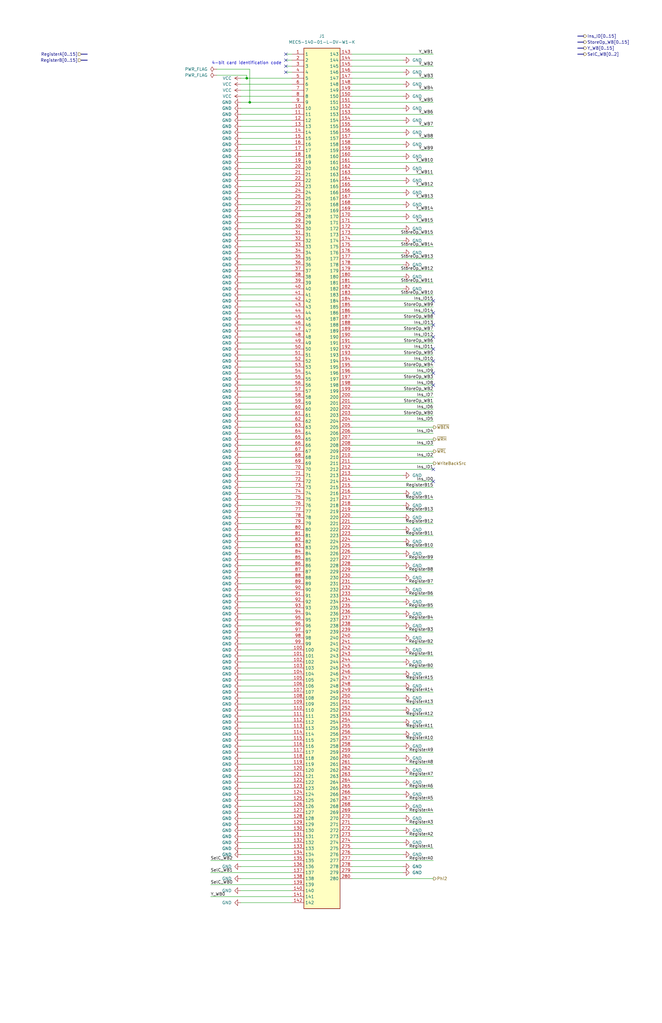
<source format=kicad_sch>
(kicad_sch (version 20250114) (generator "eeschema") (generator_version "9.0")
  (paper "USLedger" portrait)
  (title_block (date "2025-07-11") (rev "A"))
  (text "4-bit card identification code" (at 118.872 26.67 0) (effects (font (size 1.27 1.27)) (justify right)))
  (junction (at 105.41 43.18))
  (junction (at 104.14 33.02))
  (no_connect (at 182.88 142.24))
  (no_connect (at 182.88 203.2))
  (no_connect (at 182.88 137.16))
  (no_connect (at 182.88 147.32))
  (no_connect (at 182.88 162.56))
  (no_connect (at 182.88 127))
  (no_connect (at 182.88 152.4))
  (no_connect (at 182.88 132.08))
  (no_connect (at 120.65 22.86))
  (no_connect (at 120.65 27.94))
  (no_connect (at 120.65 30.48))
  (no_connect (at 182.88 198.12))
  (no_connect (at 182.88 157.48))
  (no_connect (at 120.65 25.4))
  (wire (pts (xy 101.6 248.92) (xy 123.19 248.92)))
  (wire (pts (xy 101.6 332.74) (xy 123.19 332.74)))
  (wire (pts (xy 170.18 360.68) (xy 148.59 360.68)))
  (wire (pts (xy 182.88 22.86) (xy 148.59 22.86)))
  (wire (pts (xy 182.88 271.78) (xy 148.59 271.78)))
  (wire (pts (xy 101.6 139.7) (xy 123.19 139.7)))
  (wire (pts (xy 101.6 55.88) (xy 123.19 55.88)))
  (wire (pts (xy 182.88 162.56) (xy 148.59 162.56)))
  (wire (pts (xy 101.6 101.6) (xy 123.19 101.6)))
  (wire (pts (xy 101.6 284.48) (xy 123.19 284.48)))
  (wire (pts (xy 101.6 208.28) (xy 123.19 208.28)))
  (wire (pts (xy 101.6 137.16) (xy 123.19 137.16)))
  (wire (pts (xy 182.88 119.38) (xy 148.59 119.38)))
  (wire (pts (xy 170.18 289.56) (xy 148.59 289.56)))
  (wire (pts (xy 101.6 314.96) (xy 123.19 314.96)))
  (wire (pts (xy 170.18 314.96) (xy 148.59 314.96)))
  (wire (pts (xy 182.88 195.58) (xy 148.59 195.58)))
  (wire (pts (xy 101.6 167.64) (xy 123.19 167.64)))
  (wire (pts (xy 182.88 187.96) (xy 148.59 187.96)))
  (wire (pts (xy 101.6 43.18) (xy 105.41 43.18)))
  (wire (pts (xy 182.88 182.88) (xy 148.59 182.88)))
  (wire (pts (xy 101.6 50.8) (xy 123.19 50.8)))
  (wire (pts (xy 101.6 88.9) (xy 123.19 88.9)))
  (wire (pts (xy 182.88 358.14) (xy 148.59 358.14)))
  (wire (pts (xy 170.18 25.4) (xy 148.59 25.4)))
  (wire (pts (xy 170.18 121.92) (xy 148.59 121.92)))
  (wire (pts (xy 182.88 215.9) (xy 148.59 215.9)))
  (wire (pts (xy 101.6 292.1) (xy 123.19 292.1)))
  (wire (pts (xy 182.88 353.06) (xy 148.59 353.06)))
  (wire (pts (xy 182.88 193.04) (xy 148.59 193.04)))
  (wire (pts (xy 182.88 210.82) (xy 148.59 210.82)))
  (wire (pts (xy 101.6 205.74) (xy 123.19 205.74)))
  (wire (pts (xy 182.88 132.08) (xy 148.59 132.08)))
  (wire (pts (xy 170.18 335.28) (xy 148.59 335.28)))
  (wire (pts (xy 170.18 86.36) (xy 148.59 86.36)))
  (wire (pts (xy 182.88 220.98) (xy 148.59 220.98)))
  (wire (pts (xy 170.18 60.96) (xy 148.59 60.96)))
  (wire (pts (xy 101.6 180.34) (xy 123.19 180.34)))
  (wire (pts (xy 101.6 294.64) (xy 123.19 294.64)))
  (wire (pts (xy 182.88 297.18) (xy 148.59 297.18)))
  (wire (pts (xy 101.6 119.38) (xy 123.19 119.38)))
  (wire (pts (xy 182.88 27.94) (xy 148.59 27.94)))
  (bus (pts (xy 246.38 22.86) (xy 243.84 22.86)))
  (wire (pts (xy 101.6 279.4) (xy 123.19 279.4)))
  (wire (pts (xy 101.6 228.6) (xy 123.19 228.6)))
  (wire (pts (xy 182.88 137.16) (xy 148.59 137.16)))
  (wire (pts (xy 101.6 299.72) (xy 123.19 299.72)))
  (wire (pts (xy 182.88 93.98) (xy 148.59 93.98)))
  (wire (pts (xy 101.6 147.32) (xy 123.19 147.32)))
  (bus (pts (xy 246.38 17.78) (xy 243.84 17.78)))
  (wire (pts (xy 101.6 86.36) (xy 123.19 86.36)))
  (wire (pts (xy 101.6 96.52) (xy 123.19 96.52)))
  (wire (pts (xy 101.6 33.02) (xy 104.14 33.02)))
  (wire (pts (xy 101.6 129.54) (xy 123.19 129.54)))
  (wire (pts (xy 148.59 370.84) (xy 182.88 370.84)))
  (wire (pts (xy 182.88 177.8) (xy 148.59 177.8)))
  (wire (pts (xy 170.18 299.72) (xy 148.59 299.72)))
  (wire (pts (xy 101.6 259.08) (xy 123.19 259.08)))
  (wire (pts (xy 101.6 226.06) (xy 123.19 226.06)))
  (wire (pts (xy 101.6 154.94) (xy 123.19 154.94)))
  (wire (pts (xy 182.88 292.1) (xy 148.59 292.1)))
  (wire (pts (xy 101.6 238.76) (xy 123.19 238.76)))
  (wire (pts (xy 170.18 365.76) (xy 148.59 365.76)))
  (wire (pts (xy 170.18 254) (xy 148.59 254)))
  (wire (pts (xy 101.6 63.5) (xy 123.19 63.5)))
  (wire (pts (xy 170.18 81.28) (xy 148.59 81.28)))
  (wire (pts (xy 182.88 142.24) (xy 148.59 142.24)))
  (wire (pts (xy 101.6 38.1) (xy 123.19 38.1)))
  (wire (pts (xy 101.6 177.8) (xy 123.19 177.8)))
  (wire (pts (xy 101.6 162.56) (xy 123.19 162.56)))
  (wire (pts (xy 182.88 165.1) (xy 148.59 165.1)))
  (wire (pts (xy 182.88 63.5) (xy 148.59 63.5)))
  (wire (pts (xy 120.65 27.94) (xy 123.19 27.94)))
  (wire (pts (xy 170.18 40.64) (xy 148.59 40.64)))
  (bus (pts (xy 34.29 22.86) (xy 36.83 22.86)))
  (wire (pts (xy 182.88 302.26) (xy 148.59 302.26)))
  (wire (pts (xy 182.88 256.54) (xy 148.59 256.54)))
  (wire (pts (xy 101.6 182.88) (xy 123.19 182.88)))
  (wire (pts (xy 170.18 304.8) (xy 148.59 304.8)))
  (wire (pts (xy 182.88 276.86) (xy 148.59 276.86)))
  (wire (pts (xy 101.6 264.16) (xy 123.19 264.16)))
  (wire (pts (xy 101.6 322.58) (xy 123.19 322.58)))
  (wire (pts (xy 101.6 304.8) (xy 123.19 304.8)))
  (wire (pts (xy 101.6 233.68) (xy 123.19 233.68)))
  (wire (pts (xy 182.88 175.26) (xy 148.59 175.26)))
  (wire (pts (xy 101.6 231.14) (xy 123.19 231.14)))
  (wire (pts (xy 182.88 88.9) (xy 148.59 88.9)))
  (wire (pts (xy 105.41 43.18) (xy 123.19 43.18)))
  (wire (pts (xy 170.18 325.12) (xy 148.59 325.12)))
  (wire (pts (xy 170.18 96.52) (xy 148.59 96.52)))
  (wire (pts (xy 101.6 132.08) (xy 123.19 132.08)))
  (wire (pts (xy 170.18 213.36) (xy 148.59 213.36)))
  (wire (pts (xy 182.88 322.58) (xy 148.59 322.58)))
  (wire (pts (xy 101.6 165.1) (xy 123.19 165.1)))
  (wire (pts (xy 101.6 358.14) (xy 123.19 358.14)))
  (wire (pts (xy 104.14 31.75) (xy 104.14 33.02)))
  (wire (pts (xy 101.6 218.44) (xy 123.19 218.44)))
  (wire (pts (xy 101.6 157.48) (xy 123.19 157.48)))
  (wire (pts (xy 104.14 33.02) (xy 123.19 33.02)))
  (wire (pts (xy 101.6 271.78) (xy 123.19 271.78)))
  (wire (pts (xy 170.18 279.4) (xy 148.59 279.4)))
  (bus (pts (xy 34.29 25.4) (xy 36.83 25.4)))
  (wire (pts (xy 101.6 66.04) (xy 123.19 66.04)))
  (wire (pts (xy 101.6 91.44) (xy 123.19 91.44)))
  (wire (pts (xy 182.88 190.5) (xy 148.59 190.5)))
  (wire (pts (xy 182.88 167.64) (xy 148.59 167.64)))
  (wire (pts (xy 88.9 368.3) (xy 123.19 368.3)))
  (wire (pts (xy 170.18 345.44) (xy 148.59 345.44)))
  (wire (pts (xy 101.6 360.68) (xy 123.19 360.68)))
  (wire (pts (xy 101.6 330.2) (xy 123.19 330.2)))
  (wire (pts (xy 182.88 53.34) (xy 148.59 53.34)))
  (wire (pts (xy 170.18 259.08) (xy 148.59 259.08)))
  (wire (pts (xy 170.18 45.72) (xy 148.59 45.72)))
  (wire (pts (xy 101.6 254) (xy 123.19 254)))
  (wire (pts (xy 101.6 149.86) (xy 123.19 149.86)))
  (wire (pts (xy 101.6 215.9) (xy 123.19 215.9)))
  (wire (pts (xy 182.88 307.34) (xy 148.59 307.34)))
  (wire (pts (xy 101.6 40.64) (xy 123.19 40.64)))
  (bus (pts (xy 246.38 15.24) (xy 243.84 15.24)))
  (wire (pts (xy 101.6 281.94) (xy 123.19 281.94)))
  (wire (pts (xy 182.88 337.82) (xy 148.59 337.82)))
  (wire (pts (xy 101.6 347.98) (xy 123.19 347.98)))
  (wire (pts (xy 170.18 116.84) (xy 148.59 116.84)))
  (wire (pts (xy 101.6 172.72) (xy 123.19 172.72)))
  (bus (pts (xy 246.38 20.32) (xy 243.84 20.32)))
  (wire (pts (xy 182.88 124.46) (xy 148.59 124.46)))
  (wire (pts (xy 101.6 109.22) (xy 123.19 109.22)))
  (wire (pts (xy 182.88 185.42) (xy 148.59 185.42)))
  (wire (pts (xy 101.6 198.12) (xy 123.19 198.12)))
  (wire (pts (xy 182.88 170.18) (xy 148.59 170.18)))
  (wire (pts (xy 170.18 269.24) (xy 148.59 269.24)))
  (wire (pts (xy 101.6 350.52) (xy 123.19 350.52)))
  (wire (pts (xy 101.6 152.4) (xy 123.19 152.4)))
  (wire (pts (xy 88.9 378.46) (xy 123.19 378.46)))
  (wire (pts (xy 101.6 210.82) (xy 123.19 210.82)))
  (wire (pts (xy 170.18 35.56) (xy 148.59 35.56)))
  (wire (pts (xy 101.6 124.46) (xy 123.19 124.46)))
  (wire (pts (xy 170.18 30.48) (xy 148.59 30.48)))
  (wire (pts (xy 170.18 66.04) (xy 148.59 66.04)))
  (wire (pts (xy 101.6 134.62) (xy 123.19 134.62)))
  (wire (pts (xy 182.88 48.26) (xy 148.59 48.26)))
  (wire (pts (xy 182.88 287.02) (xy 148.59 287.02)))
  (wire (pts (xy 170.18 248.92) (xy 148.59 248.92)))
  (wire (pts (xy 120.65 25.4) (xy 123.19 25.4)))
  (wire (pts (xy 182.88 73.66) (xy 148.59 73.66)))
  (wire (pts (xy 182.88 231.14) (xy 148.59 231.14)))
  (wire (pts (xy 170.18 264.16) (xy 148.59 264.16)))
  (wire (pts (xy 101.6 81.28) (xy 123.19 81.28)))
  (wire (pts (xy 182.88 78.74) (xy 148.59 78.74)))
  (wire (pts (xy 182.88 251.46) (xy 148.59 251.46)))
  (wire (pts (xy 101.6 251.46) (xy 123.19 251.46)))
  (wire (pts (xy 101.6 83.82) (xy 123.19 83.82)))
  (wire (pts (xy 91.44 29.21) (xy 105.41 29.21)))
  (wire (pts (xy 101.6 76.2) (xy 123.19 76.2)))
  (wire (pts (xy 101.6 60.96) (xy 123.19 60.96)))
  (wire (pts (xy 182.88 139.7) (xy 148.59 139.7)))
  (wire (pts (xy 182.88 33.02) (xy 148.59 33.02)))
  (wire (pts (xy 182.88 38.1) (xy 148.59 38.1)))
  (wire (pts (xy 182.88 180.34) (xy 148.59 180.34)))
  (wire (pts (xy 101.6 121.92) (xy 123.19 121.92)))
  (wire (pts (xy 101.6 160.02) (xy 123.19 160.02)))
  (wire (pts (xy 101.6 370.84) (xy 123.19 370.84)))
  (wire (pts (xy 101.6 381) (xy 123.19 381)))
  (wire (pts (xy 170.18 228.6) (xy 148.59 228.6)))
  (wire (pts (xy 101.6 144.78) (xy 123.19 144.78)))
  (wire (pts (xy 101.6 289.56) (xy 123.19 289.56)))
  (wire (pts (xy 182.88 317.5) (xy 148.59 317.5)))
  (wire (pts (xy 101.6 175.26) (xy 123.19 175.26)))
  (wire (pts (xy 170.18 106.68) (xy 148.59 106.68)))
  (wire (pts (xy 182.88 127) (xy 148.59 127)))
  (wire (pts (xy 101.6 325.12) (xy 123.19 325.12)))
  (wire (pts (xy 182.88 68.58) (xy 148.59 68.58)))
  (wire (pts (xy 182.88 149.86) (xy 148.59 149.86)))
  (wire (pts (xy 101.6 142.24) (xy 123.19 142.24)))
  (wire (pts (xy 182.88 205.74) (xy 148.59 205.74)))
  (wire (pts (xy 101.6 116.84) (xy 123.19 116.84)))
  (wire (pts (xy 101.6 375.92) (xy 123.19 375.92)))
  (wire (pts (xy 101.6 48.26) (xy 123.19 48.26)))
  (wire (pts (xy 101.6 337.82) (xy 123.19 337.82)))
  (wire (pts (xy 88.9 373.38) (xy 123.19 373.38)))
  (wire (pts (xy 170.18 320.04) (xy 148.59 320.04)))
  (wire (pts (xy 182.88 363.22) (xy 148.59 363.22)))
  (wire (pts (xy 101.6 93.98) (xy 123.19 93.98)))
  (wire (pts (xy 101.6 190.5) (xy 123.19 190.5)))
  (wire (pts (xy 101.6 53.34) (xy 123.19 53.34)))
  (wire (pts (xy 101.6 274.32) (xy 123.19 274.32)))
  (wire (pts (xy 182.88 99.06) (xy 148.59 99.06)))
  (wire (pts (xy 120.65 30.48) (xy 123.19 30.48)))
  (wire (pts (xy 101.6 342.9) (xy 123.19 342.9)))
  (wire (pts (xy 182.88 129.54) (xy 148.59 129.54)))
  (wire (pts (xy 182.88 114.3) (xy 148.59 114.3)))
  (wire (pts (xy 182.88 109.22) (xy 148.59 109.22)))
  (wire (pts (xy 101.6 287.02) (xy 123.19 287.02)))
  (wire (pts (xy 101.6 355.6) (xy 123.19 355.6)))
  (wire (pts (xy 182.88 104.14) (xy 148.59 104.14)))
  (wire (pts (xy 101.6 345.44) (xy 123.19 345.44)))
  (wire (pts (xy 101.6 269.24) (xy 123.19 269.24)))
  (wire (pts (xy 101.6 220.98) (xy 123.19 220.98)))
  (wire (pts (xy 182.88 154.94) (xy 148.59 154.94)))
  (wire (pts (xy 101.6 71.12) (xy 123.19 71.12)))
  (wire (pts (xy 170.18 355.6) (xy 148.59 355.6)))
  (wire (pts (xy 101.6 193.04) (xy 123.19 193.04)))
  (wire (pts (xy 182.88 246.38) (xy 148.59 246.38)))
  (wire (pts (xy 170.18 71.12) (xy 148.59 71.12)))
  (wire (pts (xy 170.18 111.76) (xy 148.59 111.76)))
  (wire (pts (xy 101.6 309.88) (xy 123.19 309.88)))
  (wire (pts (xy 170.18 76.2) (xy 148.59 76.2)))
  (wire (pts (xy 105.41 29.21) (xy 105.41 43.18)))
  (wire (pts (xy 101.6 320.04) (xy 123.19 320.04)))
  (wire (pts (xy 101.6 327.66) (xy 123.19 327.66)))
  (wire (pts (xy 101.6 200.66) (xy 123.19 200.66)))
  (wire (pts (xy 170.18 223.52) (xy 148.59 223.52)))
  (wire (pts (xy 101.6 106.68) (xy 123.19 106.68)))
  (wire (pts (xy 182.88 347.98) (xy 148.59 347.98)))
  (wire (pts (xy 182.88 281.94) (xy 148.59 281.94)))
  (wire (pts (xy 101.6 58.42) (xy 123.19 58.42)))
  (wire (pts (xy 182.88 144.78) (xy 148.59 144.78)))
  (wire (pts (xy 182.88 83.82) (xy 148.59 83.82)))
  (wire (pts (xy 101.6 236.22) (xy 123.19 236.22)))
  (wire (pts (xy 170.18 340.36) (xy 148.59 340.36)))
  (wire (pts (xy 182.88 327.66) (xy 148.59 327.66)))
  (wire (pts (xy 101.6 68.58) (xy 123.19 68.58)))
  (wire (pts (xy 101.6 35.56) (xy 123.19 35.56)))
  (wire (pts (xy 101.6 365.76) (xy 123.19 365.76)))
  (wire (pts (xy 101.6 243.84) (xy 123.19 243.84)))
  (wire (pts (xy 182.88 342.9) (xy 148.59 342.9)))
  (wire (pts (xy 101.6 297.18) (xy 123.19 297.18)))
  (wire (pts (xy 101.6 185.42) (xy 123.19 185.42)))
  (wire (pts (xy 182.88 58.42) (xy 148.59 58.42)))
  (wire (pts (xy 182.88 160.02) (xy 148.59 160.02)))
  (wire (pts (xy 182.88 312.42) (xy 148.59 312.42)))
  (wire (pts (xy 182.88 266.7) (xy 148.59 266.7)))
  (wire (pts (xy 182.88 43.18) (xy 148.59 43.18)))
  (wire (pts (xy 170.18 101.6) (xy 148.59 101.6)))
  (wire (pts (xy 101.6 99.06) (xy 123.19 99.06)))
  (wire (pts (xy 101.6 104.14) (xy 123.19 104.14)))
  (wire (pts (xy 182.88 241.3) (xy 148.59 241.3)))
  (wire (pts (xy 170.18 243.84) (xy 148.59 243.84)))
  (wire (pts (xy 182.88 261.62) (xy 148.59 261.62)))
  (wire (pts (xy 101.6 246.38) (xy 123.19 246.38)))
  (wire (pts (xy 101.6 307.34) (xy 123.19 307.34)))
  (wire (pts (xy 182.88 172.72) (xy 148.59 172.72)))
  (wire (pts (xy 101.6 213.36) (xy 123.19 213.36)))
  (wire (pts (xy 101.6 353.06) (xy 123.19 353.06)))
  (wire (pts (xy 101.6 317.5) (xy 123.19 317.5)))
  (wire (pts (xy 91.44 31.75) (xy 104.14 31.75)))
  (wire (pts (xy 101.6 78.74) (xy 123.19 78.74)))
  (wire (pts (xy 170.18 330.2) (xy 148.59 330.2)))
  (wire (pts (xy 101.6 312.42) (xy 123.19 312.42)))
  (wire (pts (xy 170.18 200.66) (xy 148.59 200.66)))
  (wire (pts (xy 170.18 274.32) (xy 148.59 274.32)))
  (wire (pts (xy 101.6 223.52) (xy 123.19 223.52)))
  (wire (pts (xy 170.18 91.44) (xy 148.59 91.44)))
  (wire (pts (xy 170.18 208.28) (xy 148.59 208.28)))
  (wire (pts (xy 101.6 45.72) (xy 123.19 45.72)))
  (wire (pts (xy 101.6 276.86) (xy 123.19 276.86)))
  (wire (pts (xy 101.6 170.18) (xy 123.19 170.18)))
  (wire (pts (xy 182.88 147.32) (xy 148.59 147.32)))
  (wire (pts (xy 170.18 50.8) (xy 148.59 50.8)))
  (wire (pts (xy 101.6 261.62) (xy 123.19 261.62)))
  (wire (pts (xy 170.18 55.88) (xy 148.59 55.88)))
  (wire (pts (xy 170.18 238.76) (xy 148.59 238.76)))
  (wire (pts (xy 170.18 294.64) (xy 148.59 294.64)))
  (wire (pts (xy 182.88 134.62) (xy 148.59 134.62)))
  (wire (pts (xy 88.9 363.22) (xy 123.19 363.22)))
  (wire (pts (xy 101.6 203.2) (xy 123.19 203.2)))
  (wire (pts (xy 101.6 114.3) (xy 123.19 114.3)))
  (wire (pts (xy 101.6 335.28) (xy 123.19 335.28)))
  (wire (pts (xy 182.88 332.74) (xy 148.59 332.74)))
  (wire (pts (xy 101.6 187.96) (xy 123.19 187.96)))
  (wire (pts (xy 170.18 284.48) (xy 148.59 284.48)))
  (wire (pts (xy 170.18 350.52) (xy 148.59 350.52)))
  (wire (pts (xy 170.18 368.3) (xy 148.59 368.3)))
  (wire (pts (xy 101.6 256.54) (xy 123.19 256.54)))
  (wire (pts (xy 170.18 233.68) (xy 148.59 233.68)))
  (wire (pts (xy 101.6 73.66) (xy 123.19 73.66)))
  (wire (pts (xy 120.65 22.86) (xy 123.19 22.86)))
  (wire (pts (xy 101.6 127) (xy 123.19 127)))
  (wire (pts (xy 101.6 195.58) (xy 123.19 195.58)))
  (wire (pts (xy 182.88 198.12) (xy 148.59 198.12)))
  (wire (pts (xy 182.88 236.22) (xy 148.59 236.22)))
  (wire (pts (xy 182.88 203.2) (xy 148.59 203.2)))
  (wire (pts (xy 101.6 302.26) (xy 123.19 302.26)))
  (wire (pts (xy 101.6 111.76) (xy 123.19 111.76)))
  (wire (pts (xy 101.6 266.7) (xy 123.19 266.7)))
  (wire (pts (xy 182.88 226.06) (xy 148.59 226.06)))
  (wire (pts (xy 170.18 309.88) (xy 148.59 309.88)))
  (wire (pts (xy 101.6 340.36) (xy 123.19 340.36)))
  (wire (pts (xy 101.6 241.3) (xy 123.19 241.3)))
  (wire (pts (xy 182.88 152.4) (xy 148.59 152.4)))
  (wire (pts (xy 182.88 157.48) (xy 148.59 157.48)))
  (wire (pts (xy 170.18 218.44) (xy 148.59 218.44)))
  (label "RegisterB0" (at 182.88 281.94 180))
  (label "Ins_ID1" (at 182.88 198.12 180))
  (label "RegisterA4" (at 182.88 342.9 180))
  (label "Y_WB1" (at 182.88 22.86 180))
  (label "RegisterA7" (at 182.88 327.66 180))
  (label "SelC_WB0" (at 88.9 373.38 0))
  (label "RegisterB10" (at 182.88 231.14 180))
  (label "Ins_ID9" (at 182.88 157.48 180))
  (label "Ins_ID8" (at 182.88 162.56 180))
  (label "RegisterB4" (at 182.88 261.62 180))
  (label "StoreOp_WB12" (at 182.88 114.3 180))
  (label "Y_WB0" (at 88.9 378.46 0))
  (label "Y_WB4" (at 182.88 38.1 180))
  (label "StoreOp_WB9" (at 182.88 129.54 180))
  (label "RegisterB6" (at 182.88 251.46 180))
  (label "Y_WB9" (at 182.88 63.5 180))
  (label "RegisterB5" (at 182.88 256.54 180))
  (label "StoreOp_WB13" (at 182.88 109.22 180))
  (label "RegisterA8" (at 182.88 322.58 180))
  (label "StoreOp_WB2" (at 182.88 165.1 180))
  (label "Y_WB13" (at 182.88 83.82 180))
  (label "Y_WB10" (at 182.88 68.58 180))
  (label "RegisterB1" (at 182.88 276.86 180))
  (label "Ins_ID2" (at 182.88 193.04 180))
  (label "StoreOp_WB7" (at 182.88 139.7 180))
  (label "Y_WB14" (at 182.88 88.9 180))
  (label "RegisterA12" (at 182.88 302.26 180))
  (label "Ins_ID11" (at 182.88 147.32 180))
  (label "Y_WB12" (at 182.88 78.74 180))
  (label "RegisterA2" (at 182.88 353.06 180))
  (label "Ins_ID10" (at 182.88 152.4 180))
  (label "RegisterB14" (at 182.88 210.82 180))
  (label "Y_WB6" (at 182.88 48.26 180))
  (label "SelC_WB1" (at 88.9 368.3 0))
  (label "RegisterB3" (at 182.88 266.7 180))
  (label "Y_WB7" (at 182.88 53.34 180))
  (label "StoreOp_WB8" (at 182.88 134.62 180))
  (label "RegisterA6" (at 182.88 332.74 180))
  (label "StoreOp_WB6" (at 182.88 144.78 180))
  (label "StoreOp_WB0" (at 182.88 175.26 180))
  (label "StoreOp_WB11" (at 182.88 119.38 180))
  (label "RegisterA11" (at 182.88 307.34 180))
  (label "Y_WB15" (at 182.88 93.98 180))
  (label "RegisterA10" (at 182.88 312.42 180))
  (label "SelC_WB2" (at 88.9 363.22 0))
  (label "StoreOp_WB5" (at 182.88 149.86 180))
  (label "Ins_ID7" (at 182.88 167.64 180))
  (label "RegisterB12" (at 182.88 220.98 180))
  (label "StoreOp_WB1" (at 182.88 170.18 180))
  (label "StoreOp_WB4" (at 182.88 154.94 180))
  (label "RegisterB11" (at 182.88 226.06 180))
  (label "RegisterA1" (at 182.88 358.14 180))
  (label "StoreOp_WB14" (at 182.88 104.14 180))
  (label "RegisterB7" (at 182.88 246.38 180))
  (label "RegisterA14" (at 182.88 292.1 180))
  (label "Ins_ID15" (at 182.88 127 180))
  (label "RegisterA5" (at 182.88 337.82 180))
  (label "Y_WB11" (at 182.88 73.66 180))
  (label "RegisterB15" (at 182.88 205.74 180))
  (label "RegisterB8" (at 182.88 241.3 180))
  (label "RegisterB13" (at 182.88 215.9 180))
  (label "Y_WB8" (at 182.88 58.42 180))
  (label "Ins_ID3" (at 182.88 187.96 180))
  (label "StoreOp_WB3" (at 182.88 160.02 180))
  (label "Y_WB3" (at 182.88 33.02 180))
  (label "Ins_ID4" (at 182.88 182.88 180))
  (label "Ins_ID0" (at 182.88 203.2 180))
  (label "Ins_ID13" (at 182.88 137.16 180))
  (label "Ins_ID6" (at 182.88 172.72 180))
  (label "RegisterA0" (at 182.88 363.22 180))
  (label "StoreOp_WB15" (at 182.88 99.06 180))
  (label "RegisterA9" (at 182.88 317.5 180))
  (label "Ins_ID5" (at 182.88 177.8 180))
  (label "Y_WB2" (at 182.88 27.94 180))
  (label "RegisterA3" (at 182.88 347.98 180))
  (label "RegisterB2" (at 182.88 271.78 180))
  (label "Y_WB5" (at 182.88 43.18 180))
  (label "RegisterB9" (at 182.88 236.22 180))
  (label "RegisterA15" (at 182.88 287.02 180))
  (label "RegisterA13" (at 182.88 297.18 180))
  (label "Ins_ID14" (at 182.88 132.08 180))
  (label "StoreOp_WB10" (at 182.88 124.46 180))
  (label "Ins_ID12" (at 182.88 142.24 180))
  (hierarchical_label "StoreOp_WB[0..15]" (shape output) (at 246.38 17.78 0))
  (hierarchical_label "Y_WB[0..15]" (shape output) (at 246.38 20.32 0))
  (hierarchical_label "SelC_WB[0..2]" (shape output) (at 246.38 22.86 0))
  (hierarchical_label "~{WBEN}" (shape output) (at 182.88 180.34 0))
  (hierarchical_label "Phi2" (shape output) (at 182.88 370.84 0))
  (hierarchical_label "RegisterA[0..15]" (shape input) (at 34.29 22.86 180))
  (hierarchical_label "~{WRL}" (shape output) (at 182.88 190.5 0))
  (hierarchical_label "RegisterB[0..15]" (shape input) (at 34.29 25.4 180))
  (hierarchical_label "~{WRH}" (shape output) (at 182.88 185.42 0))
  (hierarchical_label "Ins_ID[0..15]" (shape output) (at 246.38 15.24 0))
  (hierarchical_label "WriteBackSrc" (shape output) (at 182.88 195.58 0))
  (symbol (lib_id "power:GND") (at 101.6 66.04 270) (unit 1)
    (property "Reference" "#PWR096" (effects (hide yes)))
    (property "Value" "GND" (at 97.79 66.0399 90) (effects (justify right)))
    (property "Description" "Power symbol creates a global label with name \"GND\" , ground" (effects (hide yes)))
    (instances (project "MainBoard" (path "" (reference "#PWR096") (unit 1))) (project "MainBoard" (path "" (reference "#PWR0925") (unit 1))))
  )
  (symbol (lib_id "power:GND") (at 101.6 177.8 270) (unit 1)
    (property "Reference" "#PWR0140" (effects (hide yes)))
    (property "Value" "GND" (at 97.79 177.7999 90) (effects (justify right)))
    (property "Description" "Power symbol creates a global label with name \"GND\" , ground" (effects (hide yes)))
    (instances (project "MainBoard" (path "" (reference "#PWR0140") (unit 1))) (project "MainBoard" (path "" (reference "#PWR0978") (unit 1))))
  )
  (symbol (lib_id "power:GND") (at 101.6 167.64 270) (unit 1)
    (property "Reference" "#PWR0136" (effects (hide yes)))
    (property "Value" "GND" (at 97.79 167.6399 90) (effects (justify right)))
    (property "Description" "Power symbol creates a global label with name \"GND\" , ground" (effects (hide yes)))
    (instances (project "MainBoard" (path "" (reference "#PWR0136") (unit 1))) (project "MainBoard" (path "" (reference "#PWR0974") (unit 1))))
  )
  (symbol (lib_id "power:VCC") (at 101.6 33.02 90) (unit 1)
    (property "Reference" "#PWR083" (effects (hide yes)))
    (property "Value" "VCC" (at 97.79 33.0199 90) (effects (justify left)))
    (property "Description" "Power symbol creates a global label with name \"VCC\"" (effects (hide yes)))
    (instances (project "MainBoard" (path "" (reference "#PWR083") (unit 1))) (project "MainBoard" (path "" (reference "#PWR062") (unit 1))))
  )
  (symbol (lib_id "power:GND") (at 101.6 185.42 270) (unit 1)
    (property "Reference" "#PWR0143" (effects (hide yes)))
    (property "Value" "GND" (at 97.79 185.4199 90) (effects (justify right)))
    (property "Description" "Power symbol creates a global label with name \"GND\" , ground" (effects (hide yes)))
    (instances (project "MainBoard" (path "" (reference "#PWR0143") (unit 1))) (project "MainBoard" (path "" (reference "#PWR0981") (unit 1))))
  )
  (symbol (lib_id "power:GND") (at 170.18 50.8 90) (mirror x) (unit 1)
    (property "Reference" "#PWR0222" (effects (hide yes)))
    (property "Value" "GND" (at 173.99 50.7999 90) (effects (justify right)))
    (property "Description" "Power symbol creates a global label with name \"GND\" , ground" (effects (hide yes)))
    (instances (project "MainBoard" (path "" (reference "#PWR0222") (unit 1))) (project "MainBoard" (path "" (reference "#PWR01063") (unit 1))))
  )
  (symbol (lib_id "power:GND") (at 101.6 78.74 270) (unit 1)
    (property "Reference" "#PWR0101" (effects (hide yes)))
    (property "Value" "GND" (at 97.79 78.7399 90) (effects (justify right)))
    (property "Description" "Power symbol creates a global label with name \"GND\" , ground" (effects (hide yes)))
    (instances (project "MainBoard" (path "" (reference "#PWR0101") (unit 1))) (project "MainBoard" (path "" (reference "#PWR0939") (unit 1))))
  )
  (symbol (lib_id "power:GND") (at 101.6 203.2 270) (unit 1)
    (property "Reference" "#PWR0150" (effects (hide yes)))
    (property "Value" "GND" (at 97.79 203.1999 90) (effects (justify right)))
    (property "Description" "Power symbol creates a global label with name \"GND\" , ground" (effects (hide yes)))
    (instances (project "MainBoard" (path "" (reference "#PWR0150") (unit 1))) (project "MainBoard" (path "" (reference "#PWR0988") (unit 1))))
  )
  (symbol (lib_id "power:GND") (at 101.6 284.48 270) (unit 1)
    (property "Reference" "#PWR0182" (effects (hide yes)))
    (property "Value" "GND" (at 97.79 284.4799 90) (effects (justify right)))
    (property "Description" "Power symbol creates a global label with name \"GND\" , ground" (effects (hide yes)))
    (instances (project "MainBoard" (path "" (reference "#PWR0182") (unit 1))) (project "MainBoard" (path "" (reference "#PWR01021") (unit 1))))
  )
  (symbol (lib_id "power:GND") (at 101.6 76.2 270) (unit 1)
    (property "Reference" "#PWR0100" (effects (hide yes)))
    (property "Value" "GND" (at 97.79 76.1999 90) (effects (justify right)))
    (property "Description" "Power symbol creates a global label with name \"GND\" , ground" (effects (hide yes)))
    (instances (project "MainBoard" (path "" (reference "#PWR0100") (unit 1))) (project "MainBoard" (path "" (reference "#PWR0938") (unit 1))))
  )
  (symbol (lib_id "power:GND") (at 101.6 104.14 270) (unit 1)
    (property "Reference" "#PWR0111" (effects (hide yes)))
    (property "Value" "GND" (at 97.79 104.1399 90) (effects (justify right)))
    (property "Description" "Power symbol creates a global label with name \"GND\" , ground" (effects (hide yes)))
    (instances (project "MainBoard" (path "" (reference "#PWR0111") (unit 1))) (project "MainBoard" (path "" (reference "#PWR0949") (unit 1))))
  )
  (symbol (lib_id "power:GND") (at 101.6 60.96 270) (unit 1)
    (property "Reference" "#PWR094" (effects (hide yes)))
    (property "Value" "GND" (at 97.79 60.9599 90) (effects (justify right)))
    (property "Description" "Power symbol creates a global label with name \"GND\" , ground" (effects (hide yes)))
    (instances (project "MainBoard" (path "" (reference "#PWR094") (unit 1))) (project "MainBoard" (path "" (reference "#PWR0923") (unit 1))))
  )
  (symbol (lib_id "power:GND") (at 101.6 241.3 270) (unit 1)
    (property "Reference" "#PWR0165" (effects (hide yes)))
    (property "Value" "GND" (at 97.79 241.2999 90) (effects (justify right)))
    (property "Description" "Power symbol creates a global label with name \"GND\" , ground" (effects (hide yes)))
    (instances (project "MainBoard" (path "" (reference "#PWR0165") (unit 1))) (project "MainBoard" (path "" (reference "#PWR01004") (unit 1))))
  )
  (symbol (lib_id "power:VCC") (at 101.6 38.1 90) (unit 1)
    (property "Reference" "#PWR085" (effects (hide yes)))
    (property "Value" "VCC" (at 97.79 38.0999 90) (effects (justify left)))
    (property "Description" "Power symbol creates a global label with name \"VCC\"" (effects (hide yes)))
    (instances (project "MainBoard" (path "" (reference "#PWR085") (unit 1))) (project "MainBoard" (path "" (reference "#PWR064") (unit 1))))
  )
  (symbol (lib_id "power:GND") (at 101.6 322.58 270) (unit 1)
    (property "Reference" "#PWR0197" (effects (hide yes)))
    (property "Value" "GND" (at 97.79 322.5799 90) (effects (justify right)))
    (property "Description" "Power symbol creates a global label with name \"GND\" , ground" (effects (hide yes)))
    (instances (project "MainBoard" (path "" (reference "#PWR0197") (unit 1))) (project "MainBoard" (path "" (reference "#PWR01036") (unit 1))))
  )
  (symbol (lib_id "power:GND") (at 170.18 269.24 90) (mirror x) (unit 1)
    (property "Reference" "#PWR0250" (effects (hide yes)))
    (property "Value" "GND" (at 173.99 269.2399 90) (effects (justify right)))
    (property "Description" "Power symbol creates a global label with name \"GND\" , ground" (effects (hide yes)))
    (instances (project "MainBoard" (path "" (reference "#PWR0250") (unit 1))) (project "MainBoard" (path "" (reference "#PWR01090") (unit 1))))
  )
  (symbol (lib_id "power:GND") (at 101.6 238.76 270) (unit 1)
    (property "Reference" "#PWR0164" (effects (hide yes)))
    (property "Value" "GND" (at 97.79 238.7599 90) (effects (justify right)))
    (property "Description" "Power symbol creates a global label with name \"GND\" , ground" (effects (hide yes)))
    (instances (project "MainBoard" (path "" (reference "#PWR0164") (unit 1))) (project "MainBoard" (path "" (reference "#PWR01003") (unit 1))))
  )
  (symbol (lib_id "power:GND") (at 101.6 91.44 270) (unit 1)
    (property "Reference" "#PWR0106" (effects (hide yes)))
    (property "Value" "GND" (at 97.79 91.4399 90) (effects (justify right)))
    (property "Description" "Power symbol creates a global label with name \"GND\" , ground" (effects (hide yes)))
    (instances (project "MainBoard" (path "" (reference "#PWR0106") (unit 1))) (project "MainBoard" (path "" (reference "#PWR0944") (unit 1))))
  )
  (symbol (lib_id "power:GND") (at 170.18 71.12 90) (mirror x) (unit 1)
    (property "Reference" "#PWR0226" (effects (hide yes)))
    (property "Value" "GND" (at 173.99 71.1199 90) (effects (justify right)))
    (property "Description" "Power symbol creates a global label with name \"GND\" , ground" (effects (hide yes)))
    (instances (project "MainBoard" (path "" (reference "#PWR0226") (unit 1))) (project "MainBoard" (path "" (reference "#PWR01067") (unit 1))))
  )
  (symbol (lib_id "power:GND") (at 101.6 213.36 270) (unit 1)
    (property "Reference" "#PWR0154" (effects (hide yes)))
    (property "Value" "GND" (at 97.79 213.3599 90) (effects (justify right)))
    (property "Description" "Power symbol creates a global label with name \"GND\" , ground" (effects (hide yes)))
    (instances (project "MainBoard" (path "" (reference "#PWR0154") (unit 1))) (project "MainBoard" (path "" (reference "#PWR0993") (unit 1))))
  )
  (symbol (lib_id "power:GND") (at 101.6 157.48 270) (unit 1)
    (property "Reference" "#PWR0132" (effects (hide yes)))
    (property "Value" "GND" (at 97.79 157.4799 90) (effects (justify right)))
    (property "Description" "Power symbol creates a global label with name \"GND\" , ground" (effects (hide yes)))
    (instances (project "MainBoard" (path "" (reference "#PWR0132") (unit 1))) (project "MainBoard" (path "" (reference "#PWR0970") (unit 1))))
  )
  (symbol (lib_id "power:GND") (at 101.6 154.94 270) (unit 1)
    (property "Reference" "#PWR0131" (effects (hide yes)))
    (property "Value" "GND" (at 97.79 154.9399 90) (effects (justify right)))
    (property "Description" "Power symbol creates a global label with name \"GND\" , ground" (effects (hide yes)))
    (instances (project "MainBoard" (path "" (reference "#PWR0131") (unit 1))) (project "MainBoard" (path "" (reference "#PWR0969") (unit 1))))
  )
  (symbol (lib_id "power:GND") (at 170.18 294.64 90) (mirror x) (unit 1)
    (property "Reference" "#PWR0255" (effects (hide yes)))
    (property "Value" "GND" (at 173.99 294.6399 90) (effects (justify right)))
    (property "Description" "Power symbol creates a global label with name \"GND\" , ground" (effects (hide yes)))
    (instances (project "MainBoard" (path "" (reference "#PWR0255") (unit 1))) (project "MainBoard" (path "" (reference "#PWR01095") (unit 1))))
  )
  (symbol (lib_id "power:GND") (at 101.6 142.24 270) (unit 1)
    (property "Reference" "#PWR0126" (effects (hide yes)))
    (property "Value" "GND" (at 97.79 142.2399 90) (effects (justify right)))
    (property "Description" "Power symbol creates a global label with name \"GND\" , ground" (effects (hide yes)))
    (instances (project "MainBoard" (path "" (reference "#PWR0126") (unit 1))) (project "MainBoard" (path "" (reference "#PWR0964") (unit 1))))
  )
  (symbol (lib_id "power:GND") (at 170.18 66.04 90) (mirror x) (unit 1)
    (property "Reference" "#PWR0225" (effects (hide yes)))
    (property "Value" "GND" (at 173.99 66.0399 90) (effects (justify right)))
    (property "Description" "Power symbol creates a global label with name \"GND\" , ground" (effects (hide yes)))
    (instances (project "MainBoard" (path "" (reference "#PWR0225") (unit 1))) (project "MainBoard" (path "" (reference "#PWR01066") (unit 1))))
  )
  (symbol (lib_id "power:GND") (at 101.6 309.88 270) (unit 1)
    (property "Reference" "#PWR0192" (effects (hide yes)))
    (property "Value" "GND" (at 97.79 309.8799 90) (effects (justify right)))
    (property "Description" "Power symbol creates a global label with name \"GND\" , ground" (effects (hide yes)))
    (instances (project "MainBoard" (path "" (reference "#PWR0192") (unit 1))) (project "MainBoard" (path "" (reference "#PWR01031") (unit 1))))
  )
  (symbol (lib_id "power:GND") (at 101.6 109.22 270) (unit 1)
    (property "Reference" "#PWR0113" (effects (hide yes)))
    (property "Value" "GND" (at 97.79 109.2199 90) (effects (justify right)))
    (property "Description" "Power symbol creates a global label with name \"GND\" , ground" (effects (hide yes)))
    (instances (project "MainBoard" (path "" (reference "#PWR0113") (unit 1))) (project "MainBoard" (path "" (reference "#PWR0951") (unit 1))))
  )
  (symbol (lib_id "power:GND") (at 101.6 251.46 270) (unit 1)
    (property "Reference" "#PWR0169" (effects (hide yes)))
    (property "Value" "GND" (at 97.79 251.4599 90) (effects (justify right)))
    (property "Description" "Power symbol creates a global label with name \"GND\" , ground" (effects (hide yes)))
    (instances (project "MainBoard" (path "" (reference "#PWR0169") (unit 1))) (project "MainBoard" (path "" (reference "#PWR01008") (unit 1))))
  )
  (symbol (lib_id "power:GND") (at 101.6 73.66 270) (unit 1)
    (property "Reference" "#PWR099" (effects (hide yes)))
    (property "Value" "GND" (at 97.79 73.6599 90) (effects (justify right)))
    (property "Description" "Power symbol creates a global label with name \"GND\" , ground" (effects (hide yes)))
    (instances (project "MainBoard" (path "" (reference "#PWR099") (unit 1))) (project "MainBoard" (path "" (reference "#PWR0937") (unit 1))))
  )
  (symbol (lib_id "power:GND") (at 170.18 284.48 90) (mirror x) (unit 1)
    (property "Reference" "#PWR0253" (effects (hide yes)))
    (property "Value" "GND" (at 173.99 284.4799 90) (effects (justify right)))
    (property "Description" "Power symbol creates a global label with name \"GND\" , ground" (effects (hide yes)))
    (instances (project "MainBoard" (path "" (reference "#PWR0253") (unit 1))) (project "MainBoard" (path "" (reference "#PWR01093") (unit 1))))
  )
  (symbol (lib_id "power:GND") (at 170.18 30.48 90) (mirror x) (unit 1)
    (property "Reference" "#PWR0218" (effects (hide yes)))
    (property "Value" "GND" (at 173.99 30.4799 90) (effects (justify right)))
    (property "Description" "Power symbol creates a global label with name \"GND\" , ground" (effects (hide yes)))
    (instances (project "MainBoard" (path "" (reference "#PWR0218") (unit 1))) (project "MainBoard" (path "" (reference "#PWR01059") (unit 1))))
  )
  (symbol (lib_id "power:GND") (at 101.6 360.68 270) (unit 1)
    (property "Reference" "#PWR0212" (effects (hide yes)))
    (property "Value" "GND" (at 97.79 360.6799 90) (effects (justify right)))
    (property "Description" "Power symbol creates a global label with name \"GND\" , ground" (effects (hide yes)))
    (instances (project "MainBoard" (path "" (reference "#PWR0212") (unit 1))) (project "MainBoard" (path "" (reference "#PWR01050") (unit 1))))
  )
  (symbol (lib_id "power:GND") (at 101.6 246.38 270) (unit 1)
    (property "Reference" "#PWR0167" (effects (hide yes)))
    (property "Value" "GND" (at 97.79 246.3799 90) (effects (justify right)))
    (property "Description" "Power symbol creates a global label with name \"GND\" , ground" (effects (hide yes)))
    (instances (project "MainBoard" (path "" (reference "#PWR0167") (unit 1))) (project "MainBoard" (path "" (reference "#PWR01006") (unit 1))))
  )
  (symbol (lib_id "power:GND") (at 101.6 342.9 270) (unit 1)
    (property "Reference" "#PWR0205" (effects (hide yes)))
    (property "Value" "GND" (at 97.79 342.8999 90) (effects (justify right)))
    (property "Description" "Power symbol creates a global label with name \"GND\" , ground" (effects (hide yes)))
    (instances (project "MainBoard" (path "" (reference "#PWR0205") (unit 1))) (project "MainBoard" (path "" (reference "#PWR01053") (unit 1))))
  )
  (symbol (lib_id "power:GND") (at 170.18 55.88 90) (mirror x) (unit 1)
    (property "Reference" "#PWR0223" (effects (hide yes)))
    (property "Value" "GND" (at 173.99 55.8799 90) (effects (justify right)))
    (property "Description" "Power symbol creates a global label with name \"GND\" , ground" (effects (hide yes)))
    (instances (project "MainBoard" (path "" (reference "#PWR0223") (unit 1))) (project "MainBoard" (path "" (reference "#PWR01064") (unit 1))))
  )
  (symbol (lib_id "power:GND") (at 101.6 332.74 270) (unit 1)
    (property "Reference" "#PWR0201" (effects (hide yes)))
    (property "Value" "GND" (at 97.79 332.7399 90) (effects (justify right)))
    (property "Description" "Power symbol creates a global label with name \"GND\" , ground" (effects (hide yes)))
    (instances (project "MainBoard" (path "" (reference "#PWR0201") (unit 1))) (project "MainBoard" (path "" (reference "#PWR01040") (unit 1))))
  )
  (symbol (lib_id "power:GND") (at 101.6 99.06 270) (unit 1)
    (property "Reference" "#PWR0109" (effects (hide yes)))
    (property "Value" "GND" (at 97.79 99.0599 90) (effects (justify right)))
    (property "Description" "Power symbol creates a global label with name \"GND\" , ground" (effects (hide yes)))
    (instances (project "MainBoard" (path "" (reference "#PWR0109") (unit 1))) (project "MainBoard" (path "" (reference "#PWR0947") (unit 1))))
  )
  (symbol (lib_id "power:GND") (at 101.6 119.38 270) (unit 1)
    (property "Reference" "#PWR0117" (effects (hide yes)))
    (property "Value" "GND" (at 97.79 119.3799 90) (effects (justify right)))
    (property "Description" "Power symbol creates a global label with name \"GND\" , ground" (effects (hide yes)))
    (instances (project "MainBoard" (path "" (reference "#PWR0117") (unit 1))) (project "MainBoard" (path "" (reference "#PWR0955") (unit 1))))
  )
  (symbol (lib_id "power:GND") (at 101.6 302.26 270) (unit 1)
    (property "Reference" "#PWR0189" (effects (hide yes)))
    (property "Value" "GND" (at 97.79 302.2599 90) (effects (justify right)))
    (property "Description" "Power symbol creates a global label with name \"GND\" , ground" (effects (hide yes)))
    (instances (project "MainBoard" (path "" (reference "#PWR0189") (unit 1))) (project "MainBoard" (path "" (reference "#PWR01028") (unit 1))))
  )
  (symbol (lib_id "power:GND") (at 101.6 327.66 270) (unit 1)
    (property "Reference" "#PWR0199" (effects (hide yes)))
    (property "Value" "GND" (at 97.79 327.6599 90) (effects (justify right)))
    (property "Description" "Power symbol creates a global label with name \"GND\" , ground" (effects (hide yes)))
    (instances (project "MainBoard" (path "" (reference "#PWR0199") (unit 1))) (project "MainBoard" (path "" (reference "#PWR01038") (unit 1))))
  )
  (symbol (lib_id "power:GND") (at 101.6 226.06 270) (unit 1)
    (property "Reference" "#PWR0159" (effects (hide yes)))
    (property "Value" "GND" (at 97.79 226.0599 90) (effects (justify right)))
    (property "Description" "Power symbol creates a global label with name \"GND\" , ground" (effects (hide yes)))
    (instances (project "MainBoard" (path "" (reference "#PWR0159") (unit 1))) (project "MainBoard" (path "" (reference "#PWR0998") (unit 1))))
  )
  (symbol (lib_id "power:GND") (at 170.18 259.08 90) (mirror x) (unit 1)
    (property "Reference" "#PWR0248" (effects (hide yes)))
    (property "Value" "GND" (at 173.99 259.0799 90) (effects (justify right)))
    (property "Description" "Power symbol creates a global label with name \"GND\" , ground" (effects (hide yes)))
    (instances (project "MainBoard" (path "" (reference "#PWR0248") (unit 1))) (project "MainBoard" (path "" (reference "#PWR01084") (unit 1))))
  )
  (symbol (lib_id "power:GND") (at 101.6 175.26 270) (unit 1)
    (property "Reference" "#PWR0139" (effects (hide yes)))
    (property "Value" "GND" (at 97.79 175.2599 90) (effects (justify right)))
    (property "Description" "Power symbol creates a global label with name \"GND\" , ground" (effects (hide yes)))
    (instances (project "MainBoard" (path "" (reference "#PWR0139") (unit 1))) (project "MainBoard" (path "" (reference "#PWR0977") (unit 1))))
  )
  (symbol (lib_id "power:GND") (at 101.6 71.12 270) (unit 1)
    (property "Reference" "#PWR098" (effects (hide yes)))
    (property "Value" "GND" (at 97.79 71.1199 90) (effects (justify right)))
    (property "Description" "Power symbol creates a global label with name \"GND\" , ground" (effects (hide yes)))
    (instances (project "MainBoard" (path "" (reference "#PWR098") (unit 1))) (project "MainBoard" (path "" (reference "#PWR0936") (unit 1))))
  )
  (symbol (lib_id "power:GND") (at 101.6 149.86 270) (unit 1)
    (property "Reference" "#PWR0129" (effects (hide yes)))
    (property "Value" "GND" (at 97.79 149.8599 90) (effects (justify right)))
    (property "Description" "Power symbol creates a global label with name \"GND\" , ground" (effects (hide yes)))
    (instances (project "MainBoard" (path "" (reference "#PWR0129") (unit 1))) (project "MainBoard" (path "" (reference "#PWR0967") (unit 1))))
  )
  (symbol (lib_id "power:GND") (at 101.6 45.72 270) (unit 1)
    (property "Reference" "#PWR088" (effects (hide yes)))
    (property "Value" "GND" (at 97.79 45.7199 90) (effects (justify right)))
    (property "Description" "Power symbol creates a global label with name \"GND\" , ground" (effects (hide yes)))
    (instances (project "MainBoard" (path "" (reference "#PWR088") (unit 1))) (project "MainBoard" (path "" (reference "#PWR067") (unit 1))))
  )
  (symbol (lib_id "power:GND") (at 170.18 213.36 90) (mirror x) (unit 1)
    (property "Reference" "#PWR0239" (effects (hide yes)))
    (property "Value" "GND" (at 173.99 213.3599 90) (effects (justify right)))
    (property "Description" "Power symbol creates a global label with name \"GND\" , ground" (effects (hide yes)))
    (instances (project "MainBoard" (path "" (reference "#PWR0239") (unit 1))) (project "MainBoard" (path "" (reference "#PWR01075") (unit 1))))
  )
  (symbol (lib_id "power:GND") (at 170.18 111.76 90) (mirror x) (unit 1)
    (property "Reference" "#PWR0234" (effects (hide yes)))
    (property "Value" "GND" (at 173.99 111.7599 90) (effects (justify right)))
    (property "Description" "Power symbol creates a global label with name \"GND\" , ground" (effects (hide yes)))
    (instances (project "MainBoard" (path "" (reference "#PWR0234") (unit 1))) (project "MainBoard" (path "" (reference "#PWR01087") (unit 1))))
  )
  (symbol (lib_id "power:GND") (at 101.6 101.6 270) (unit 1)
    (property "Reference" "#PWR0110" (effects (hide yes)))
    (property "Value" "GND" (at 97.79 101.5999 90) (effects (justify right)))
    (property "Description" "Power symbol creates a global label with name \"GND\" , ground" (effects (hide yes)))
    (instances (project "MainBoard" (path "" (reference "#PWR0110") (unit 1))) (project "MainBoard" (path "" (reference "#PWR0948") (unit 1))))
  )
  (symbol (lib_id "power:GND") (at 170.18 360.68 90) (mirror x) (unit 1)
    (property "Reference" "#PWR0268" (effects (hide yes)))
    (property "Value" "GND" (at 173.99 360.6799 90) (effects (justify right)))
    (property "Description" "Power symbol creates a global label with name \"GND\" , ground" (effects (hide yes)))
    (instances (project "MainBoard" (path "" (reference "#PWR0268") (unit 1))) (project "MainBoard" (path "" (reference "#PWR01129") (unit 1))))
  )
  (symbol (lib_id "power:GND") (at 101.6 187.96 270) (unit 1)
    (property "Reference" "#PWR0144" (effects (hide yes)))
    (property "Value" "GND" (at 97.79 187.9599 90) (effects (justify right)))
    (property "Description" "Power symbol creates a global label with name \"GND\" , ground" (effects (hide yes)))
    (instances (project "MainBoard" (path "" (reference "#PWR0144") (unit 1))) (project "MainBoard" (path "" (reference "#PWR0982") (unit 1))))
  )
  (symbol (lib_id "power:GND") (at 101.6 50.8 270) (unit 1)
    (property "Reference" "#PWR090" (effects (hide yes)))
    (property "Value" "GND" (at 97.79 50.7999 90) (effects (justify right)))
    (property "Description" "Power symbol creates a global label with name \"GND\" , ground" (effects (hide yes)))
    (instances (project "MainBoard" (path "" (reference "#PWR090") (unit 1))) (project "MainBoard" (path "" (reference "#PWR069") (unit 1))))
  )
  (symbol (lib_id "power:GND") (at 170.18 35.56 90) (mirror x) (unit 1)
    (property "Reference" "#PWR0219" (effects (hide yes)))
    (property "Value" "GND" (at 173.99 35.5599 90) (effects (justify right)))
    (property "Description" "Power symbol creates a global label with name \"GND\" , ground" (effects (hide yes)))
    (instances (project "MainBoard" (path "" (reference "#PWR0219") (unit 1))) (project "MainBoard" (path "" (reference "#PWR01060") (unit 1))))
  )
  (symbol (lib_id "power:GND") (at 101.6 193.04 270) (unit 1)
    (property "Reference" "#PWR0146" (effects (hide yes)))
    (property "Value" "GND" (at 97.79 193.0399 90) (effects (justify right)))
    (property "Description" "Power symbol creates a global label with name \"GND\" , ground" (effects (hide yes)))
    (instances (project "MainBoard" (path "" (reference "#PWR0146") (unit 1))) (project "MainBoard" (path "" (reference "#PWR0984") (unit 1))))
  )
  (symbol (lib_id "power:GND") (at 101.6 165.1 270) (unit 1)
    (property "Reference" "#PWR0135" (effects (hide yes)))
    (property "Value" "GND" (at 97.79 165.0999 90) (effects (justify right)))
    (property "Description" "Power symbol creates a global label with name \"GND\" , ground" (effects (hide yes)))
    (instances (project "MainBoard" (path "" (reference "#PWR0135") (unit 1))) (project "MainBoard" (path "" (reference "#PWR0973") (unit 1))))
  )
  (symbol (lib_id "power:GND") (at 101.6 223.52 270) (unit 1)
    (property "Reference" "#PWR0158" (effects (hide yes)))
    (property "Value" "GND" (at 97.79 223.5199 90) (effects (justify right)))
    (property "Description" "Power symbol creates a global label with name \"GND\" , ground" (effects (hide yes)))
    (instances (project "MainBoard" (path "" (reference "#PWR0158") (unit 1))) (project "MainBoard" (path "" (reference "#PWR0997") (unit 1))))
  )
  (symbol (lib_id "power:GND") (at 101.6 147.32 270) (unit 1)
    (property "Reference" "#PWR0128" (effects (hide yes)))
    (property "Value" "GND" (at 97.79 147.3199 90) (effects (justify right)))
    (property "Description" "Power symbol creates a global label with name \"GND\" , ground" (effects (hide yes)))
    (instances (project "MainBoard" (path "" (reference "#PWR0128") (unit 1))) (project "MainBoard" (path "" (reference "#PWR0966") (unit 1))))
  )
  (symbol (lib_id "power:GND") (at 101.6 335.28 270) (unit 1)
    (property "Reference" "#PWR0202" (effects (hide yes)))
    (property "Value" "GND" (at 97.79 335.2799 90) (effects (justify right)))
    (property "Description" "Power symbol creates a global label with name \"GND\" , ground" (effects (hide yes)))
    (instances (project "MainBoard" (path "" (reference "#PWR0202") (unit 1))) (project "MainBoard" (path "" (reference "#PWR01041") (unit 1))))
  )
  (symbol (lib_id "power:GND") (at 101.6 114.3 270) (unit 1)
    (property "Reference" "#PWR0115" (effects (hide yes)))
    (property "Value" "GND" (at 97.79 114.2999 90) (effects (justify right)))
    (property "Description" "Power symbol creates a global label with name \"GND\" , ground" (effects (hide yes)))
    (instances (project "MainBoard" (path "" (reference "#PWR0115") (unit 1))) (project "MainBoard" (path "" (reference "#PWR0953") (unit 1))))
  )
  (symbol (lib_id "power:GND") (at 101.6 287.02 270) (unit 1)
    (property "Reference" "#PWR0183" (effects (hide yes)))
    (property "Value" "GND" (at 97.79 287.0199 90) (effects (justify right)))
    (property "Description" "Power symbol creates a global label with name \"GND\" , ground" (effects (hide yes)))
    (instances (project "MainBoard" (path "" (reference "#PWR0183") (unit 1))) (project "MainBoard" (path "" (reference "#PWR01022") (unit 1))))
  )
  (symbol (lib_id "power:GND") (at 101.6 162.56 270) (unit 1)
    (property "Reference" "#PWR0134" (effects (hide yes)))
    (property "Value" "GND" (at 97.79 162.5599 90) (effects (justify right)))
    (property "Description" "Power symbol creates a global label with name \"GND\" , ground" (effects (hide yes)))
    (instances (project "MainBoard" (path "" (reference "#PWR0134") (unit 1))) (project "MainBoard" (path "" (reference "#PWR0972") (unit 1))))
  )
  (symbol (lib_id "power:GND") (at 101.6 279.4 270) (unit 1)
    (property "Reference" "#PWR0180" (effects (hide yes)))
    (property "Value" "GND" (at 97.79 279.3999 90) (effects (justify right)))
    (property "Description" "Power symbol creates a global label with name \"GND\" , ground" (effects (hide yes)))
    (instances (project "MainBoard" (path "" (reference "#PWR0180") (unit 1))) (project "MainBoard" (path "" (reference "#PWR01019") (unit 1))))
  )
  (symbol (lib_id "power:GND") (at 101.6 152.4 270) (unit 1)
    (property "Reference" "#PWR0130" (effects (hide yes)))
    (property "Value" "GND" (at 97.79 152.3999 90) (effects (justify right)))
    (property "Description" "Power symbol creates a global label with name \"GND\" , ground" (effects (hide yes)))
    (instances (project "MainBoard" (path "" (reference "#PWR0130") (unit 1))) (project "MainBoard" (path "" (reference "#PWR0968") (unit 1))))
  )
  (symbol (lib_id "power:GND") (at 101.6 172.72 270) (unit 1)
    (property "Reference" "#PWR0138" (effects (hide yes)))
    (property "Value" "GND" (at 97.79 172.7199 90) (effects (justify right)))
    (property "Description" "Power symbol creates a global label with name \"GND\" , ground" (effects (hide yes)))
    (instances (project "MainBoard" (path "" (reference "#PWR0138") (unit 1))) (project "MainBoard" (path "" (reference "#PWR0976") (unit 1))))
  )
  (symbol (lib_id "power:VCC") (at 101.6 40.64 90) (unit 1)
    (property "Reference" "#PWR086" (effects (hide yes)))
    (property "Value" "VCC" (at 97.79 40.6399 90) (effects (justify left)))
    (property "Description" "Power symbol creates a global label with name \"VCC\"" (effects (hide yes)))
    (instances (project "MainBoard" (path "" (reference "#PWR086") (unit 1))) (project "MainBoard" (path "" (reference "#PWR065") (unit 1))))
  )
  (symbol (lib_id "power:GND") (at 101.6 304.8 270) (unit 1)
    (property "Reference" "#PWR0190" (effects (hide yes)))
    (property "Value" "GND" (at 97.79 304.7999 90) (effects (justify right)))
    (property "Description" "Power symbol creates a global label with name \"GND\" , ground" (effects (hide yes)))
    (instances (project "MainBoard" (path "" (reference "#PWR0190") (unit 1))) (project "MainBoard" (path "" (reference "#PWR01029") (unit 1))))
  )
  (symbol (lib_id "power:PWR_FLAG") (at 91.44 31.75 90) (unit 1)
    (property "Reference" "#FLG02" (effects (hide yes)))
    (property "Value" "PWR_FLAG" (at 87.63 31.7499 90) (effects (justify left)))
    (property "Description" "Special symbol for telling ERC where power comes from" (effects (hide yes)))
  )
  (symbol (lib_id "Turtle16:MEC5-140-01-L-DV-W1-K_Edge") (at 123.19 22.86 0) (unit 1)
    (property "Reference" "J1" (at 135.89 15.24 0))
    (property "Value" "MEC5-140-01-L-DV-W1-K" (at 135.89 17.78 0))
    (property "Footprint" "Turtle16:MEC5-140-01-L-DV-W1-K_Edge" (effects (hide yes)))
    (property "Datasheet" "https://suddendocs.samtec.com/prints/mec5-xxx-xx-x-dv-xx-k-xx-mkt.pdf" (effects (hide yes)))
    (property "Description" "Standard Card Edge Connectors MEC5-DV vert conn 140 pos per row" (effects (hide yes)))
    (property "Height" "10.35" (effects (hide yes)))
    (property "Mouser Part Number" "200-MEC514001LDVW1K" (effects (hide yes)))
    (property "Mouser Price/Stock" "https://www.mouser.co.uk/ProductDetail/Samtec/MEC5-140-01-L-DV-W1-K?qs=XeJtXLiO41SNck3klUeiMQ%3D%3D" (effects (hide yes)))
    (property "Manufacturer_Name" "SAMTEC" (effects (hide yes)))
    (property "Manufacturer_Part_Number" "MEC5-140-01-L-DV-W1-K" (effects (hide yes)))
    (instances (project "MainBoard" (path "" (reference "J1") (unit 1))) (project "MainBoard" (path "" (reference "J6") (unit 1))))
  )
  (symbol (lib_id "power:GND") (at 101.6 320.04 270) (unit 1)
    (property "Reference" "#PWR0196" (effects (hide yes)))
    (property "Value" "GND" (at 97.79 320.0399 90) (effects (justify right)))
    (property "Description" "Power symbol creates a global label with name \"GND\" , ground" (effects (hide yes)))
    (instances (project "MainBoard" (path "" (reference "#PWR0196") (unit 1))) (project "MainBoard" (path "" (reference "#PWR01035") (unit 1))))
  )
  (symbol (lib_id "power:GND") (at 101.6 236.22 270) (unit 1)
    (property "Reference" "#PWR0163" (effects (hide yes)))
    (property "Value" "GND" (at 97.79 236.2199 90) (effects (justify right)))
    (property "Description" "Power symbol creates a global label with name \"GND\" , ground" (effects (hide yes)))
    (instances (project "MainBoard" (path "" (reference "#PWR0163") (unit 1))) (project "MainBoard" (path "" (reference "#PWR01002") (unit 1))))
  )
  (symbol (lib_id "power:GND") (at 170.18 233.68 90) (mirror x) (unit 1)
    (property "Reference" "#PWR0243" (effects (hide yes)))
    (property "Value" "GND" (at 173.99 233.6799 90) (effects (justify right)))
    (property "Description" "Power symbol creates a global label with name \"GND\" , ground" (effects (hide yes)))
    (instances (project "MainBoard" (path "" (reference "#PWR0243") (unit 1))) (project "MainBoard" (path "" (reference "#PWR01079") (unit 1))))
  )
  (symbol (lib_id "power:GND") (at 170.18 330.2 90) (mirror x) (unit 1)
    (property "Reference" "#PWR0262" (effects (hide yes)))
    (property "Value" "GND" (at 173.99 330.1999 90) (effects (justify right)))
    (property "Description" "Power symbol creates a global label with name \"GND\" , ground" (effects (hide yes)))
    (instances (project "MainBoard" (path "" (reference "#PWR0262") (unit 1))) (project "MainBoard" (path "" (reference "#PWR01102") (unit 1))))
  )
  (symbol (lib_id "power:GND") (at 101.6 307.34 270) (unit 1)
    (property "Reference" "#PWR0191" (effects (hide yes)))
    (property "Value" "GND" (at 97.79 307.3399 90) (effects (justify right)))
    (property "Description" "Power symbol creates a global label with name \"GND\" , ground" (effects (hide yes)))
    (instances (project "MainBoard" (path "" (reference "#PWR0191") (unit 1))) (project "MainBoard" (path "" (reference "#PWR01030") (unit 1))))
  )
  (symbol (lib_id "power:GND") (at 101.6 294.64 270) (unit 1)
    (property "Reference" "#PWR0186" (effects (hide yes)))
    (property "Value" "GND" (at 97.79 294.6399 90) (effects (justify right)))
    (property "Description" "Power symbol creates a global label with name \"GND\" , ground" (effects (hide yes)))
    (instances (project "MainBoard" (path "" (reference "#PWR0186") (unit 1))) (project "MainBoard" (path "" (reference "#PWR01025") (unit 1))))
  )
  (symbol (lib_id "power:GND") (at 170.18 91.44 90) (mirror x) (unit 1)
    (property "Reference" "#PWR0230" (effects (hide yes)))
    (property "Value" "GND" (at 173.99 91.4399 90) (effects (justify right)))
    (property "Description" "Power symbol creates a global label with name \"GND\" , ground" (effects (hide yes)))
    (instances (project "MainBoard" (path "" (reference "#PWR0230") (unit 1))) (project "MainBoard" (path "" (reference "#PWR01071") (unit 1))))
  )
  (symbol (lib_id "power:GND") (at 101.6 365.76 270) (unit 1)
    (property "Reference" "#PWR0213" (effects (hide yes)))
    (property "Value" "GND" (at 97.79 365.7599 90) (effects (justify right)))
    (property "Description" "Power symbol creates a global label with name \"GND\" , ground" (effects (hide yes)))
    (instances (project "MainBoard" (path "" (reference "#PWR0213") (unit 1))) (project "MainBoard" (path "" (reference "#PWR01045") (unit 1))))
  )
  (symbol (lib_id "power:GND") (at 170.18 218.44 90) (mirror x) (unit 1)
    (property "Reference" "#PWR0240" (effects (hide yes)))
    (property "Value" "GND" (at 173.99 218.4399 90) (effects (justify right)))
    (property "Description" "Power symbol creates a global label with name \"GND\" , ground" (effects (hide yes)))
    (instances (project "MainBoard" (path "" (reference "#PWR0240") (unit 1))) (project "MainBoard" (path "" (reference "#PWR01076") (unit 1))))
  )
  (symbol (lib_id "power:GND") (at 101.6 215.9 270) (unit 1)
    (property "Reference" "#PWR0155" (effects (hide yes)))
    (property "Value" "GND" (at 97.79 215.8999 90) (effects (justify right)))
    (property "Description" "Power symbol creates a global label with name \"GND\" , ground" (effects (hide yes)))
    (instances (project "MainBoard" (path "" (reference "#PWR0155") (unit 1))) (project "MainBoard" (path "" (reference "#PWR0994") (unit 1))))
  )
  (symbol (lib_id "power:GND") (at 101.6 228.6 270) (unit 1)
    (property "Reference" "#PWR0160" (effects (hide yes)))
    (property "Value" "GND" (at 97.79 228.5999 90) (effects (justify right)))
    (property "Description" "Power symbol creates a global label with name \"GND\" , ground" (effects (hide yes)))
    (instances (project "MainBoard" (path "" (reference "#PWR0160") (unit 1))) (project "MainBoard" (path "" (reference "#PWR0999") (unit 1))))
  )
  (symbol (lib_id "power:GND") (at 101.6 370.84 270) (unit 1)
    (property "Reference" "#PWR0214" (effects (hide yes)))
    (property "Value" "GND" (at 97.79 370.8399 90) (effects (justify right)))
    (property "Description" "Power symbol creates a global label with name \"GND\" , ground" (effects (hide yes)))
    (instances (project "MainBoard" (path "" (reference "#PWR0214") (unit 1))) (project "MainBoard" (path "" (reference "#PWR01044") (unit 1))))
  )
  (symbol (lib_id "power:VCC") (at 101.6 35.56 90) (unit 1)
    (property "Reference" "#PWR084" (effects (hide yes)))
    (property "Value" "VCC" (at 97.79 35.5599 90) (effects (justify left)))
    (property "Description" "Power symbol creates a global label with name \"VCC\"" (effects (hide yes)))
    (instances (project "MainBoard" (path "" (reference "#PWR084") (unit 1))) (project "MainBoard" (path "" (reference "#PWR063") (unit 1))))
  )
  (symbol (lib_id "power:GND") (at 101.6 276.86 270) (unit 1)
    (property "Reference" "#PWR0179" (effects (hide yes)))
    (property "Value" "GND" (at 97.79 276.8599 90) (effects (justify right)))
    (property "Description" "Power symbol creates a global label with name \"GND\" , ground" (effects (hide yes)))
    (instances (project "MainBoard" (path "" (reference "#PWR0179") (unit 1))) (project "MainBoard" (path "" (reference "#PWR01018") (unit 1))))
  )
  (symbol (lib_id "power:GND") (at 101.6 218.44 270) (unit 1)
    (property "Reference" "#PWR0156" (effects (hide yes)))
    (property "Value" "GND" (at 97.79 218.4399 90) (effects (justify right)))
    (property "Description" "Power symbol creates a global label with name \"GND\" , ground" (effects (hide yes)))
    (instances (project "MainBoard" (path "" (reference "#PWR0156") (unit 1))) (project "MainBoard" (path "" (reference "#PWR0995") (unit 1))))
  )
  (symbol (lib_id "power:GND") (at 170.18 208.28 90) (mirror x) (unit 1)
    (property "Reference" "#PWR0238" (effects (hide yes)))
    (property "Value" "GND" (at 173.99 208.2799 90) (effects (justify right)))
    (property "Description" "Power symbol creates a global label with name \"GND\" , ground" (effects (hide yes)))
    (instances (project "MainBoard" (path "" (reference "#PWR0238") (unit 1))) (project "MainBoard" (path "" (reference "#PWR01074") (unit 1))))
  )
  (symbol (lib_id "power:GND") (at 170.18 228.6 90) (mirror x) (unit 1)
    (property "Reference" "#PWR0242" (effects (hide yes)))
    (property "Value" "GND" (at 173.99 228.5999 90) (effects (justify right)))
    (property "Description" "Power symbol creates a global label with name \"GND\" , ground" (effects (hide yes)))
    (instances (project "MainBoard" (path "" (reference "#PWR0242") (unit 1))) (project "MainBoard" (path "" (reference "#PWR01078") (unit 1))))
  )
  (symbol (lib_id "power:GND") (at 101.6 132.08 270) (unit 1)
    (property "Reference" "#PWR0122" (effects (hide yes)))
    (property "Value" "GND" (at 97.79 132.0799 90) (effects (justify right)))
    (property "Description" "Power symbol creates a global label with name \"GND\" , ground" (effects (hide yes)))
    (instances (project "MainBoard" (path "" (reference "#PWR0122") (unit 1))) (project "MainBoard" (path "" (reference "#PWR0960") (unit 1))))
  )
  (symbol (lib_id "power:GND") (at 101.6 264.16 270) (unit 1)
    (property "Reference" "#PWR0174" (effects (hide yes)))
    (property "Value" "GND" (at 97.79 264.1599 90) (effects (justify right)))
    (property "Description" "Power symbol creates a global label with name \"GND\" , ground" (effects (hide yes)))
    (instances (project "MainBoard" (path "" (reference "#PWR0174") (unit 1))) (project "MainBoard" (path "" (reference "#PWR01013") (unit 1))))
  )
  (symbol (lib_id "power:GND") (at 101.6 274.32 270) (unit 1)
    (property "Reference" "#PWR0178" (effects (hide yes)))
    (property "Value" "GND" (at 97.79 274.3199 90) (effects (justify right)))
    (property "Description" "Power symbol creates a global label with name \"GND\" , ground" (effects (hide yes)))
    (instances (project "MainBoard" (path "" (reference "#PWR0178") (unit 1))) (project "MainBoard" (path "" (reference "#PWR01017") (unit 1))))
  )
  (symbol (lib_id "power:GND") (at 101.6 208.28 270) (unit 1)
    (property "Reference" "#PWR0152" (effects (hide yes)))
    (property "Value" "GND" (at 97.79 208.2799 90) (effects (justify right)))
    (property "Description" "Power symbol creates a global label with name \"GND\" , ground" (effects (hide yes)))
    (instances (project "MainBoard" (path "" (reference "#PWR0152") (unit 1))) (project "MainBoard" (path "" (reference "#PWR0990") (unit 1))))
  )
  (symbol (lib_id "power:GND") (at 170.18 365.76 90) (mirror x) (unit 1)
    (property "Reference" "#PWR0269" (effects (hide yes)))
    (property "Value" "GND" (at 173.99 365.7599 90) (effects (justify right)))
    (property "Description" "Power symbol creates a global label with name \"GND\" , ground" (effects (hide yes)))
    (instances (project "MainBoard" (path "" (reference "#PWR0269") (unit 1))) (project "MainBoard" (path "" (reference "#PWR01046") (unit 1))))
  )
  (symbol (lib_id "power:GND") (at 101.6 297.18 270) (unit 1)
    (property "Reference" "#PWR0187" (effects (hide yes)))
    (property "Value" "GND" (at 97.79 297.1799 90) (effects (justify right)))
    (property "Description" "Power symbol creates a global label with name \"GND\" , ground" (effects (hide yes)))
    (instances (project "MainBoard" (path "" (reference "#PWR0187") (unit 1))) (project "MainBoard" (path "" (reference "#PWR01026") (unit 1))))
  )
  (symbol (lib_id "power:GND") (at 101.6 281.94 270) (unit 1)
    (property "Reference" "#PWR0181" (effects (hide yes)))
    (property "Value" "GND" (at 97.79 281.9399 90) (effects (justify right)))
    (property "Description" "Power symbol creates a global label with name \"GND\" , ground" (effects (hide yes)))
    (instances (project "MainBoard" (path "" (reference "#PWR0181") (unit 1))) (project "MainBoard" (path "" (reference "#PWR01020") (unit 1))))
  )
  (symbol (lib_id "power:GND") (at 170.18 116.84 90) (mirror x) (unit 1)
    (property "Reference" "#PWR0235" (effects (hide yes)))
    (property "Value" "GND" (at 173.99 116.8399 90) (effects (justify right)))
    (property "Description" "Power symbol creates a global label with name \"GND\" , ground" (effects (hide yes)))
    (instances (project "MainBoard" (path "" (reference "#PWR0235") (unit 1))) (project "MainBoard" (path "" (reference "#PWR01088") (unit 1))))
  )
  (symbol (lib_id "power:GND") (at 170.18 25.4 90) (mirror x) (unit 1)
    (property "Reference" "#PWR0217" (effects (hide yes)))
    (property "Value" "GND" (at 173.99 25.3999 90) (effects (justify right)))
    (property "Description" "Power symbol creates a global label with name \"GND\" , ground" (effects (hide yes)))
    (instances (project "MainBoard" (path "" (reference "#PWR0217") (unit 1))) (project "MainBoard" (path "" (reference "#PWR01058") (unit 1))))
  )
  (symbol (lib_id "power:GND") (at 170.18 335.28 90) (mirror x) (unit 1)
    (property "Reference" "#PWR0263" (effects (hide yes)))
    (property "Value" "GND" (at 173.99 335.2799 90) (effects (justify right)))
    (property "Description" "Power symbol creates a global label with name \"GND\" , ground" (effects (hide yes)))
    (instances (project "MainBoard" (path "" (reference "#PWR0263") (unit 1))) (project "MainBoard" (path "" (reference "#PWR01104") (unit 1))))
  )
  (symbol (lib_id "power:GND") (at 101.6 266.7 270) (unit 1)
    (property "Reference" "#PWR0175" (effects (hide yes)))
    (property "Value" "GND" (at 97.79 266.6999 90) (effects (justify right)))
    (property "Description" "Power symbol creates a global label with name \"GND\" , ground" (effects (hide yes)))
    (instances (project "MainBoard" (path "" (reference "#PWR0175") (unit 1))) (project "MainBoard" (path "" (reference "#PWR01014") (unit 1))))
  )
  (symbol (lib_id "power:GND") (at 170.18 340.36 90) (mirror x) (unit 1)
    (property "Reference" "#PWR0264" (effects (hide yes)))
    (property "Value" "GND" (at 173.99 340.3599 90) (effects (justify right)))
    (property "Description" "Power symbol creates a global label with name \"GND\" , ground" (effects (hide yes)))
    (instances (project "MainBoard" (path "" (reference "#PWR0264") (unit 1))) (project "MainBoard" (path "" (reference "#PWR01106") (unit 1))))
  )
  (symbol (lib_id "power:GND") (at 101.6 55.88 270) (unit 1)
    (property "Reference" "#PWR092" (effects (hide yes)))
    (property "Value" "GND" (at 97.79 55.8799 90) (effects (justify right)))
    (property "Description" "Power symbol creates a global label with name \"GND\" , ground" (effects (hide yes)))
    (instances (project "MainBoard" (path "" (reference "#PWR092") (unit 1))) (project "MainBoard" (path "" (reference "#PWR0921") (unit 1))))
  )
  (symbol (lib_id "power:GND") (at 101.6 261.62 270) (unit 1)
    (property "Reference" "#PWR0173" (effects (hide yes)))
    (property "Value" "GND" (at 97.79 261.6199 90) (effects (justify right)))
    (property "Description" "Power symbol creates a global label with name \"GND\" , ground" (effects (hide yes)))
    (instances (project "MainBoard" (path "" (reference "#PWR0173") (unit 1))) (project "MainBoard" (path "" (reference "#PWR01012") (unit 1))))
  )
  (symbol (lib_id "power:GND") (at 101.6 205.74 270) (unit 1)
    (property "Reference" "#PWR0151" (effects (hide yes)))
    (property "Value" "GND" (at 97.79 205.7399 90) (effects (justify right)))
    (property "Description" "Power symbol creates a global label with name \"GND\" , ground" (effects (hide yes)))
    (instances (project "MainBoard" (path "" (reference "#PWR0151") (unit 1))) (project "MainBoard" (path "" (reference "#PWR0989") (unit 1))))
  )
  (symbol (lib_id "power:GND") (at 170.18 45.72 90) (mirror x) (unit 1)
    (property "Reference" "#PWR0221" (effects (hide yes)))
    (property "Value" "GND" (at 173.99 45.7199 90) (effects (justify right)))
    (property "Description" "Power symbol creates a global label with name \"GND\" , ground" (effects (hide yes)))
    (instances (project "MainBoard" (path "" (reference "#PWR0221") (unit 1))) (project "MainBoard" (path "" (reference "#PWR01062") (unit 1))))
  )
  (symbol (lib_id "power:GND") (at 101.6 121.92 270) (unit 1)
    (property "Reference" "#PWR0118" (effects (hide yes)))
    (property "Value" "GND" (at 97.79 121.9199 90) (effects (justify right)))
    (property "Description" "Power symbol creates a global label with name \"GND\" , ground" (effects (hide yes)))
    (instances (project "MainBoard" (path "" (reference "#PWR0118") (unit 1))) (project "MainBoard" (path "" (reference "#PWR0956") (unit 1))))
  )
  (symbol (lib_id "power:GND") (at 101.6 96.52 270) (unit 1)
    (property "Reference" "#PWR0108" (effects (hide yes)))
    (property "Value" "GND" (at 97.79 96.5199 90) (effects (justify right)))
    (property "Description" "Power symbol creates a global label with name \"GND\" , ground" (effects (hide yes)))
    (instances (project "MainBoard" (path "" (reference "#PWR0108") (unit 1))) (project "MainBoard" (path "" (reference "#PWR0946") (unit 1))))
  )
  (symbol (lib_id "power:GND") (at 101.6 347.98 270) (unit 1)
    (property "Reference" "#PWR0207" (effects (hide yes)))
    (property "Value" "GND" (at 97.79 347.9799 90) (effects (justify right)))
    (property "Description" "Power symbol creates a global label with name \"GND\" , ground" (effects (hide yes)))
    (instances (project "MainBoard" (path "" (reference "#PWR0207") (unit 1))) (project "MainBoard" (path "" (reference "#PWR01055") (unit 1))))
  )
  (symbol (lib_id "power:GND") (at 101.6 340.36 270) (unit 1)
    (property "Reference" "#PWR0204" (effects (hide yes)))
    (property "Value" "GND" (at 97.79 340.3599 90) (effects (justify right)))
    (property "Description" "Power symbol creates a global label with name \"GND\" , ground" (effects (hide yes)))
    (instances (project "MainBoard" (path "" (reference "#PWR0204") (unit 1))) (project "MainBoard" (path "" (reference "#PWR01052") (unit 1))))
  )
  (symbol (lib_id "power:GND") (at 101.6 180.34 270) (unit 1)
    (property "Reference" "#PWR0141" (effects (hide yes)))
    (property "Value" "GND" (at 97.79 180.3399 90) (effects (justify right)))
    (property "Description" "Power symbol creates a global label with name \"GND\" , ground" (effects (hide yes)))
    (instances (project "MainBoard" (path "" (reference "#PWR0141") (unit 1))) (project "MainBoard" (path "" (reference "#PWR0979") (unit 1))))
  )
  (symbol (lib_id "power:GND") (at 101.6 200.66 270) (unit 1)
    (property "Reference" "#PWR0149" (effects (hide yes)))
    (property "Value" "GND" (at 97.79 200.6599 90) (effects (justify right)))
    (property "Description" "Power symbol creates a global label with name \"GND\" , ground" (effects (hide yes)))
    (instances (project "MainBoard" (path "" (reference "#PWR0149") (unit 1))) (project "MainBoard" (path "" (reference "#PWR0987") (unit 1))))
  )
  (symbol (lib_id "power:GND") (at 170.18 101.6 90) (mirror x) (unit 1)
    (property "Reference" "#PWR0232" (effects (hide yes)))
    (property "Value" "GND" (at 173.99 101.5999 90) (effects (justify right)))
    (property "Description" "Power symbol creates a global label with name \"GND\" , ground" (effects (hide yes)))
    (instances (project "MainBoard" (path "" (reference "#PWR0232") (unit 1))) (project "MainBoard" (path "" (reference "#PWR01073") (unit 1))))
  )
  (symbol (lib_id "power:GND") (at 101.6 358.14 270) (unit 1)
    (property "Reference" "#PWR0211" (effects (hide yes)))
    (property "Value" "GND" (at 97.79 358.1399 90) (effects (justify right)))
    (property "Description" "Power symbol creates a global label with name \"GND\" , ground" (effects (hide yes)))
    (instances (project "MainBoard" (path "" (reference "#PWR0211") (unit 1))) (project "MainBoard" (path "" (reference "#PWR01049") (unit 1))))
  )
  (symbol (lib_id "power:GND") (at 101.6 170.18 270) (unit 1)
    (property "Reference" "#PWR0137" (effects (hide yes)))
    (property "Value" "GND" (at 97.79 170.1799 90) (effects (justify right)))
    (property "Description" "Power symbol creates a global label with name \"GND\" , ground" (effects (hide yes)))
    (instances (project "MainBoard" (path "" (reference "#PWR0137") (unit 1))) (project "MainBoard" (path "" (reference "#PWR0975") (unit 1))))
  )
  (symbol (lib_id "power:GND") (at 170.18 274.32 90) (mirror x) (unit 1)
    (property "Reference" "#PWR0251" (effects (hide yes)))
    (property "Value" "GND" (at 173.99 274.3199 90) (effects (justify right)))
    (property "Description" "Power symbol creates a global label with name \"GND\" , ground" (effects (hide yes)))
    (instances (project "MainBoard" (path "" (reference "#PWR0251") (unit 1))) (project "MainBoard" (path "" (reference "#PWR01091") (unit 1))))
  )
  (symbol (lib_id "power:GND") (at 170.18 304.8 90) (mirror x) (unit 1)
    (property "Reference" "#PWR0257" (effects (hide yes)))
    (property "Value" "GND" (at 173.99 304.7999 90) (effects (justify right)))
    (property "Description" "Power symbol creates a global label with name \"GND\" , ground" (effects (hide yes)))
    (instances (project "MainBoard" (path "" (reference "#PWR0257") (unit 1))) (project "MainBoard" (path "" (reference "#PWR01097") (unit 1))))
  )
  (symbol (lib_id "power:GND") (at 101.6 116.84 270) (unit 1)
    (property "Reference" "#PWR0116" (effects (hide yes)))
    (property "Value" "GND" (at 97.79 116.8399 90) (effects (justify right)))
    (property "Description" "Power symbol creates a global label with name \"GND\" , ground" (effects (hide yes)))
    (instances (project "MainBoard" (path "" (reference "#PWR0116") (unit 1))) (project "MainBoard" (path "" (reference "#PWR0954") (unit 1))))
  )
  (symbol (lib_id "power:GND") (at 101.6 127 270) (unit 1)
    (property "Reference" "#PWR0120" (effects (hide yes)))
    (property "Value" "GND" (at 97.79 126.9999 90) (effects (justify right)))
    (property "Description" "Power symbol creates a global label with name \"GND\" , ground" (effects (hide yes)))
    (instances (project "MainBoard" (path "" (reference "#PWR0120") (unit 1))) (project "MainBoard" (path "" (reference "#PWR0958") (unit 1))))
  )
  (symbol (lib_id "power:GND") (at 170.18 289.56 90) (mirror x) (unit 1)
    (property "Reference" "#PWR0254" (effects (hide yes)))
    (property "Value" "GND" (at 173.99 289.5599 90) (effects (justify right)))
    (property "Description" "Power symbol creates a global label with name \"GND\" , ground" (effects (hide yes)))
    (instances (project "MainBoard" (path "" (reference "#PWR0254") (unit 1))) (project "MainBoard" (path "" (reference "#PWR01094") (unit 1))))
  )
  (symbol (lib_id "power:GND") (at 101.6 292.1 270) (unit 1)
    (property "Reference" "#PWR0185" (effects (hide yes)))
    (property "Value" "GND" (at 97.79 292.0999 90) (effects (justify right)))
    (property "Description" "Power symbol creates a global label with name \"GND\" , ground" (effects (hide yes)))
    (instances (project "MainBoard" (path "" (reference "#PWR0185") (unit 1))) (project "MainBoard" (path "" (reference "#PWR01024") (unit 1))))
  )
  (symbol (lib_id "power:GND") (at 170.18 121.92 90) (mirror x) (unit 1)
    (property "Reference" "#PWR0236" (effects (hide yes)))
    (property "Value" "GND" (at 173.99 121.9199 90) (effects (justify right)))
    (property "Description" "Power symbol creates a global label with name \"GND\" , ground" (effects (hide yes)))
    (instances (project "MainBoard" (path "" (reference "#PWR0236") (unit 1))) (project "MainBoard" (path "" (reference "#PWR01089") (unit 1))))
  )
  (symbol (lib_id "power:GND") (at 101.6 210.82 270) (unit 1)
    (property "Reference" "#PWR0153" (effects (hide yes)))
    (property "Value" "GND" (at 97.79 210.8199 90) (effects (justify right)))
    (property "Description" "Power symbol creates a global label with name \"GND\" , ground" (effects (hide yes)))
    (instances (project "MainBoard" (path "" (reference "#PWR0153") (unit 1))) (project "MainBoard" (path "" (reference "#PWR0992") (unit 1))))
  )
  (symbol (lib_id "power:GND") (at 170.18 299.72 90) (mirror x) (unit 1)
    (property "Reference" "#PWR0256" (effects (hide yes)))
    (property "Value" "GND" (at 173.99 299.7199 90) (effects (justify right)))
    (property "Description" "Power symbol creates a global label with name \"GND\" , ground" (effects (hide yes)))
    (instances (project "MainBoard" (path "" (reference "#PWR0256") (unit 1))) (project "MainBoard" (path "" (reference "#PWR01096") (unit 1))))
  )
  (symbol (lib_id "power:GND") (at 101.6 58.42 270) (unit 1)
    (property "Reference" "#PWR093" (effects (hide yes)))
    (property "Value" "GND" (at 97.79 58.4199 90) (effects (justify right)))
    (property "Description" "Power symbol creates a global label with name \"GND\" , ground" (effects (hide yes)))
    (instances (project "MainBoard" (path "" (reference "#PWR093") (unit 1))) (project "MainBoard" (path "" (reference "#PWR0922") (unit 1))))
  )
  (symbol (lib_id "power:GND") (at 101.6 248.92 270) (unit 1)
    (property "Reference" "#PWR0168" (effects (hide yes)))
    (property "Value" "GND" (at 97.79 248.9199 90) (effects (justify right)))
    (property "Description" "Power symbol creates a global label with name \"GND\" , ground" (effects (hide yes)))
    (instances (project "MainBoard" (path "" (reference "#PWR0168") (unit 1))) (project "MainBoard" (path "" (reference "#PWR01007") (unit 1))))
  )
  (symbol (lib_id "power:GND") (at 170.18 60.96 90) (mirror x) (unit 1)
    (property "Reference" "#PWR0224" (effects (hide yes)))
    (property "Value" "GND" (at 173.99 60.9599 90) (effects (justify right)))
    (property "Description" "Power symbol creates a global label with name \"GND\" , ground" (effects (hide yes)))
    (instances (project "MainBoard" (path "" (reference "#PWR0224") (unit 1))) (project "MainBoard" (path "" (reference "#PWR01065") (unit 1))))
  )
  (symbol (lib_id "power:GND") (at 101.6 345.44 270) (unit 1)
    (property "Reference" "#PWR0206" (effects (hide yes)))
    (property "Value" "GND" (at 97.79 345.4399 90) (effects (justify right)))
    (property "Description" "Power symbol creates a global label with name \"GND\" , ground" (effects (hide yes)))
    (instances (project "MainBoard" (path "" (reference "#PWR0206") (unit 1))) (project "MainBoard" (path "" (reference "#PWR01054") (unit 1))))
  )
  (symbol (lib_id "power:GND") (at 101.6 88.9 270) (unit 1)
    (property "Reference" "#PWR0105" (effects (hide yes)))
    (property "Value" "GND" (at 97.79 88.8999 90) (effects (justify right)))
    (property "Description" "Power symbol creates a global label with name \"GND\" , ground" (effects (hide yes)))
    (instances (project "MainBoard" (path "" (reference "#PWR0105") (unit 1))) (project "MainBoard" (path "" (reference "#PWR0943") (unit 1))))
  )
  (symbol (lib_id "power:GND") (at 101.6 93.98 270) (unit 1)
    (property "Reference" "#PWR0107" (effects (hide yes)))
    (property "Value" "GND" (at 97.79 93.9799 90) (effects (justify right)))
    (property "Description" "Power symbol creates a global label with name \"GND\" , ground" (effects (hide yes)))
    (instances (project "MainBoard" (path "" (reference "#PWR0107") (unit 1))) (project "MainBoard" (path "" (reference "#PWR0945") (unit 1))))
  )
  (symbol (lib_id "power:GND") (at 101.6 53.34 270) (unit 1)
    (property "Reference" "#PWR091" (effects (hide yes)))
    (property "Value" "GND" (at 97.79 53.3399 90) (effects (justify right)))
    (property "Description" "Power symbol creates a global label with name \"GND\" , ground" (effects (hide yes)))
    (instances (project "MainBoard" (path "" (reference "#PWR091") (unit 1))) (project "MainBoard" (path "" (reference "#PWR0920") (unit 1))))
  )
  (symbol (lib_id "power:GND") (at 101.6 269.24 270) (unit 1)
    (property "Reference" "#PWR0176" (effects (hide yes)))
    (property "Value" "GND" (at 97.79 269.2399 90) (effects (justify right)))
    (property "Description" "Power symbol creates a global label with name \"GND\" , ground" (effects (hide yes)))
    (instances (project "MainBoard" (path "" (reference "#PWR0176") (unit 1))) (project "MainBoard" (path "" (reference "#PWR01015") (unit 1))))
  )
  (symbol (lib_id "power:GND") (at 170.18 264.16 90) (mirror x) (unit 1)
    (property "Reference" "#PWR0249" (effects (hide yes)))
    (property "Value" "GND" (at 173.99 264.1599 90) (effects (justify right)))
    (property "Description" "Power symbol creates a global label with name \"GND\" , ground" (effects (hide yes)))
    (instances (project "MainBoard" (path "" (reference "#PWR0249") (unit 1))) (project "MainBoard" (path "" (reference "#PWR01085") (unit 1))))
  )
  (symbol (lib_id "power:GND") (at 170.18 96.52 90) (mirror x) (unit 1)
    (property "Reference" "#PWR0231" (effects (hide yes)))
    (property "Value" "GND" (at 173.99 96.5199 90) (effects (justify right)))
    (property "Description" "Power symbol creates a global label with name \"GND\" , ground" (effects (hide yes)))
    (instances (project "MainBoard" (path "" (reference "#PWR0231") (unit 1))) (project "MainBoard" (path "" (reference "#PWR01072") (unit 1))))
  )
  (symbol (lib_id "power:GND") (at 101.6 43.18 270) (unit 1)
    (property "Reference" "#PWR087" (effects (hide yes)))
    (property "Value" "GND" (at 97.79 43.1799 90) (effects (justify right)))
    (property "Description" "Power symbol creates a global label with name \"GND\" , ground" (effects (hide yes)))
    (instances (project "MainBoard" (path "" (reference "#PWR087") (unit 1))) (project "MainBoard" (path "" (reference "#PWR066") (unit 1))))
  )
  (symbol (lib_id "power:GND") (at 170.18 279.4 90) (mirror x) (unit 1)
    (property "Reference" "#PWR0252" (effects (hide yes)))
    (property "Value" "GND" (at 173.99 279.3999 90) (effects (justify right)))
    (property "Description" "Power symbol creates a global label with name \"GND\" , ground" (effects (hide yes)))
    (instances (project "MainBoard" (path "" (reference "#PWR0252") (unit 1))) (project "MainBoard" (path "" (reference "#PWR01092") (unit 1))))
  )
  (symbol (lib_id "power:GND") (at 170.18 325.12 90) (mirror x) (unit 1)
    (property "Reference" "#PWR0261" (effects (hide yes)))
    (property "Value" "GND" (at 173.99 325.1199 90) (effects (justify right)))
    (property "Description" "Power symbol creates a global label with name \"GND\" , ground" (effects (hide yes)))
    (instances (project "MainBoard" (path "" (reference "#PWR0261") (unit 1))) (project "MainBoard" (path "" (reference "#PWR01101") (unit 1))))
  )
  (symbol (lib_id "power:GND") (at 170.18 368.3 90) (mirror x) (unit 1)
    (property "Reference" "#PWR0270" (effects (hide yes)))
    (property "Value" "GND" (at 173.99 368.2999 90) (effects (justify right)))
    (property "Description" "Power symbol creates a global label with name \"GND\" , ground" (effects (hide yes)))
    (instances (project "MainBoard" (path "" (reference "#PWR0270") (unit 1))) (project "MainBoard" (path "" (reference "#PWR01047") (unit 1))))
  )
  (symbol (lib_id "power:GND") (at 170.18 345.44 90) (mirror x) (unit 1)
    (property "Reference" "#PWR0265" (effects (hide yes)))
    (property "Value" "GND" (at 173.99 345.4399 90) (effects (justify right)))
    (property "Description" "Power symbol creates a global label with name \"GND\" , ground" (effects (hide yes)))
    (instances (project "MainBoard" (path "" (reference "#PWR0265") (unit 1))) (project "MainBoard" (path "" (reference "#PWR01108") (unit 1))))
  )
  (symbol (lib_id "power:GND") (at 101.6 256.54 270) (unit 1)
    (property "Reference" "#PWR0171" (effects (hide yes)))
    (property "Value" "GND" (at 97.79 256.5399 90) (effects (justify right)))
    (property "Description" "Power symbol creates a global label with name \"GND\" , ground" (effects (hide yes)))
    (instances (project "MainBoard" (path "" (reference "#PWR0171") (unit 1))) (project "MainBoard" (path "" (reference "#PWR01010") (unit 1))))
  )
  (symbol (lib_id "power:GND") (at 170.18 355.6 90) (mirror x) (unit 1)
    (property "Reference" "#PWR0267" (effects (hide yes)))
    (property "Value" "GND" (at 173.99 355.5999 90) (effects (justify right)))
    (property "Description" "Power symbol creates a global label with name \"GND\" , ground" (effects (hide yes)))
    (instances (project "MainBoard" (path "" (reference "#PWR0267") (unit 1))) (project "MainBoard" (path "" (reference "#PWR01128") (unit 1))))
  )
  (symbol (lib_id "power:GND") (at 101.6 198.12 270) (unit 1)
    (property "Reference" "#PWR0148" (effects (hide yes)))
    (property "Value" "GND" (at 97.79 198.1199 90) (effects (justify right)))
    (property "Description" "Power symbol creates a global label with name \"GND\" , ground" (effects (hide yes)))
    (instances (project "MainBoard" (path "" (reference "#PWR0148") (unit 1))) (project "MainBoard" (path "" (reference "#PWR0986") (unit 1))))
  )
  (symbol (lib_id "power:GND") (at 101.6 381 270) (unit 1)
    (property "Reference" "#PWR0216" (effects (hide yes)))
    (property "Value" "GND" (at 97.79 380.9999 90) (effects (justify right)))
    (property "Description" "Power symbol creates a global label with name \"GND\" , ground" (effects (hide yes)))
    (instances (project "MainBoard" (path "" (reference "#PWR0216") (unit 1))) (project "MainBoard" (path "" (reference "#PWR01042") (unit 1))))
  )
  (symbol (lib_id "power:GND") (at 170.18 350.52 90) (mirror x) (unit 1)
    (property "Reference" "#PWR0266" (effects (hide yes)))
    (property "Value" "GND" (at 173.99 350.5199 90) (effects (justify right)))
    (property "Description" "Power symbol creates a global label with name \"GND\" , ground" (effects (hide yes)))
    (instances (project "MainBoard" (path "" (reference "#PWR0266") (unit 1))) (project "MainBoard" (path "" (reference "#PWR01127") (unit 1))))
  )
  (symbol (lib_id "power:PWR_FLAG") (at 91.44 29.21 90) (unit 1)
    (property "Reference" "#FLG01" (effects (hide yes)))
    (property "Value" "PWR_FLAG" (at 87.63 29.2099 90) (effects (justify left)))
    (property "Description" "Special symbol for telling ERC where power comes from" (effects (hide yes)))
  )
  (symbol (lib_id "power:GND") (at 101.6 353.06 270) (unit 1)
    (property "Reference" "#PWR0209" (effects (hide yes)))
    (property "Value" "GND" (at 97.79 353.0599 90) (effects (justify right)))
    (property "Description" "Power symbol creates a global label with name \"GND\" , ground" (effects (hide yes)))
    (instances (project "MainBoard" (path "" (reference "#PWR0209") (unit 1))) (project "MainBoard" (path "" (reference "#PWR01057") (unit 1))))
  )
  (symbol (lib_id "power:GND") (at 101.6 254 270) (unit 1)
    (property "Reference" "#PWR0170" (effects (hide yes)))
    (property "Value" "GND" (at 97.79 253.9999 90) (effects (justify right)))
    (property "Description" "Power symbol creates a global label with name \"GND\" , ground" (effects (hide yes)))
    (instances (project "MainBoard" (path "" (reference "#PWR0170") (unit 1))) (project "MainBoard" (path "" (reference "#PWR01009") (unit 1))))
  )
  (symbol (lib_id "power:GND") (at 170.18 81.28 90) (mirror x) (unit 1)
    (property "Reference" "#PWR0228" (effects (hide yes)))
    (property "Value" "GND" (at 173.99 81.2799 90) (effects (justify right)))
    (property "Description" "Power symbol creates a global label with name \"GND\" , ground" (effects (hide yes)))
    (instances (project "MainBoard" (path "" (reference "#PWR0228") (unit 1))) (project "MainBoard" (path "" (reference "#PWR01069") (unit 1))))
  )
  (symbol (lib_id "power:GND") (at 101.6 231.14 270) (unit 1)
    (property "Reference" "#PWR0161" (effects (hide yes)))
    (property "Value" "GND" (at 97.79 231.1399 90) (effects (justify right)))
    (property "Description" "Power symbol creates a global label with name \"GND\" , ground" (effects (hide yes)))
    (instances (project "MainBoard" (path "" (reference "#PWR0161") (unit 1))) (project "MainBoard" (path "" (reference "#PWR01000") (unit 1))))
  )
  (symbol (lib_id "power:GND") (at 101.6 48.26 270) (unit 1)
    (property "Reference" "#PWR089" (effects (hide yes)))
    (property "Value" "GND" (at 97.79 48.2599 90) (effects (justify right)))
    (property "Description" "Power symbol creates a global label with name \"GND\" , ground" (effects (hide yes)))
    (instances (project "MainBoard" (path "" (reference "#PWR089") (unit 1))) (project "MainBoard" (path "" (reference "#PWR068") (unit 1))))
  )
  (symbol (lib_id "power:GND") (at 170.18 106.68 90) (mirror x) (unit 1)
    (property "Reference" "#PWR0233" (effects (hide yes)))
    (property "Value" "GND" (at 173.99 106.6799 90) (effects (justify right)))
    (property "Description" "Power symbol creates a global label with name \"GND\" , ground" (effects (hide yes)))
    (instances (project "MainBoard" (path "" (reference "#PWR0233") (unit 1))) (project "MainBoard" (path "" (reference "#PWR01086") (unit 1))))
  )
  (symbol (lib_id "power:GND") (at 101.6 137.16 270) (unit 1)
    (property "Reference" "#PWR0124" (effects (hide yes)))
    (property "Value" "GND" (at 97.79 137.1599 90) (effects (justify right)))
    (property "Description" "Power symbol creates a global label with name \"GND\" , ground" (effects (hide yes)))
    (instances (project "MainBoard" (path "" (reference "#PWR0124") (unit 1))) (project "MainBoard" (path "" (reference "#PWR0962") (unit 1))))
  )
  (symbol (lib_id "power:GND") (at 101.6 325.12 270) (unit 1)
    (property "Reference" "#PWR0198" (effects (hide yes)))
    (property "Value" "GND" (at 97.79 325.1199 90) (effects (justify right)))
    (property "Description" "Power symbol creates a global label with name \"GND\" , ground" (effects (hide yes)))
    (instances (project "MainBoard" (path "" (reference "#PWR0198") (unit 1))) (project "MainBoard" (path "" (reference "#PWR01037") (unit 1))))
  )
  (symbol (lib_id "power:GND") (at 101.6 81.28 270) (unit 1)
    (property "Reference" "#PWR0102" (effects (hide yes)))
    (property "Value" "GND" (at 97.79 81.2799 90) (effects (justify right)))
    (property "Description" "Power symbol creates a global label with name \"GND\" , ground" (effects (hide yes)))
    (instances (project "MainBoard" (path "" (reference "#PWR0102") (unit 1))) (project "MainBoard" (path "" (reference "#PWR0940") (unit 1))))
  )
  (symbol (lib_id "power:GND") (at 101.6 259.08 270) (unit 1)
    (property "Reference" "#PWR0172" (effects (hide yes)))
    (property "Value" "GND" (at 97.79 259.0799 90) (effects (justify right)))
    (property "Description" "Power symbol creates a global label with name \"GND\" , ground" (effects (hide yes)))
    (instances (project "MainBoard" (path "" (reference "#PWR0172") (unit 1))) (project "MainBoard" (path "" (reference "#PWR01011") (unit 1))))
  )
  (symbol (lib_id "power:GND") (at 101.6 86.36 270) (unit 1)
    (property "Reference" "#PWR0104" (effects (hide yes)))
    (property "Value" "GND" (at 97.79 86.3599 90) (effects (justify right)))
    (property "Description" "Power symbol creates a global label with name \"GND\" , ground" (effects (hide yes)))
    (instances (project "MainBoard" (path "" (reference "#PWR0104") (unit 1))) (project "MainBoard" (path "" (reference "#PWR0942") (unit 1))))
  )
  (symbol (lib_id "power:GND") (at 170.18 238.76 90) (mirror x) (unit 1)
    (property "Reference" "#PWR0244" (effects (hide yes)))
    (property "Value" "GND" (at 173.99 238.7599 90) (effects (justify right)))
    (property "Description" "Power symbol creates a global label with name \"GND\" , ground" (effects (hide yes)))
    (instances (project "MainBoard" (path "" (reference "#PWR0244") (unit 1))) (project "MainBoard" (path "" (reference "#PWR01080") (unit 1))))
  )
  (symbol (lib_id "power:GND") (at 101.6 83.82 270) (unit 1)
    (property "Reference" "#PWR0103" (effects (hide yes)))
    (property "Value" "GND" (at 97.79 83.8199 90) (effects (justify right)))
    (property "Description" "Power symbol creates a global label with name \"GND\" , ground" (effects (hide yes)))
    (instances (project "MainBoard" (path "" (reference "#PWR0103") (unit 1))) (project "MainBoard" (path "" (reference "#PWR0941") (unit 1))))
  )
  (symbol (lib_id "power:GND") (at 101.6 330.2 270) (unit 1)
    (property "Reference" "#PWR0200" (effects (hide yes)))
    (property "Value" "GND" (at 97.79 330.1999 90) (effects (justify right)))
    (property "Description" "Power symbol creates a global label with name \"GND\" , ground" (effects (hide yes)))
    (instances (project "MainBoard" (path "" (reference "#PWR0200") (unit 1))) (project "MainBoard" (path "" (reference "#PWR01039") (unit 1))))
  )
  (symbol (lib_id "power:GND") (at 101.6 312.42 270) (unit 1)
    (property "Reference" "#PWR0193" (effects (hide yes)))
    (property "Value" "GND" (at 97.79 312.4199 90) (effects (justify right)))
    (property "Description" "Power symbol creates a global label with name \"GND\" , ground" (effects (hide yes)))
    (instances (project "MainBoard" (path "" (reference "#PWR0193") (unit 1))) (project "MainBoard" (path "" (reference "#PWR01032") (unit 1))))
  )
  (symbol (lib_id "power:GND") (at 101.6 111.76 270) (unit 1)
    (property "Reference" "#PWR0114" (effects (hide yes)))
    (property "Value" "GND" (at 97.79 111.7599 90) (effects (justify right)))
    (property "Description" "Power symbol creates a global label with name \"GND\" , ground" (effects (hide yes)))
    (instances (project "MainBoard" (path "" (reference "#PWR0114") (unit 1))) (project "MainBoard" (path "" (reference "#PWR0952") (unit 1))))
  )
  (symbol (lib_id "power:GND") (at 170.18 254 90) (mirror x) (unit 1)
    (property "Reference" "#PWR0247" (effects (hide yes)))
    (property "Value" "GND" (at 173.99 253.9999 90) (effects (justify right)))
    (property "Description" "Power symbol creates a global label with name \"GND\" , ground" (effects (hide yes)))
    (instances (project "MainBoard" (path "" (reference "#PWR0247") (unit 1))) (project "MainBoard" (path "" (reference "#PWR01083") (unit 1))))
  )
  (symbol (lib_id "power:GND") (at 101.6 355.6 270) (unit 1)
    (property "Reference" "#PWR0210" (effects (hide yes)))
    (property "Value" "GND" (at 97.79 355.5999 90) (effects (justify right)))
    (property "Description" "Power symbol creates a global label with name \"GND\" , ground" (effects (hide yes)))
    (instances (project "MainBoard" (path "" (reference "#PWR0210") (unit 1))) (project "MainBoard" (path "" (reference "#PWR01048") (unit 1))))
  )
  (symbol (lib_id "power:GND") (at 101.6 337.82 270) (unit 1)
    (property "Reference" "#PWR0203" (effects (hide yes)))
    (property "Value" "GND" (at 97.79 337.8199 90) (effects (justify right)))
    (property "Description" "Power symbol creates a global label with name \"GND\" , ground" (effects (hide yes)))
    (instances (project "MainBoard" (path "" (reference "#PWR0203") (unit 1))) (project "MainBoard" (path "" (reference "#PWR01051") (unit 1))))
  )
  (symbol (lib_id "power:GND") (at 170.18 243.84 90) (mirror x) (unit 1)
    (property "Reference" "#PWR0245" (effects (hide yes)))
    (property "Value" "GND" (at 173.99 243.8399 90) (effects (justify right)))
    (property "Description" "Power symbol creates a global label with name \"GND\" , ground" (effects (hide yes)))
    (instances (project "MainBoard" (path "" (reference "#PWR0245") (unit 1))) (project "MainBoard" (path "" (reference "#PWR01081") (unit 1))))
  )
  (symbol (lib_id "power:GND") (at 101.6 317.5 270) (unit 1)
    (property "Reference" "#PWR0195" (effects (hide yes)))
    (property "Value" "GND" (at 97.79 317.4999 90) (effects (justify right)))
    (property "Description" "Power symbol creates a global label with name \"GND\" , ground" (effects (hide yes)))
    (instances (project "MainBoard" (path "" (reference "#PWR0195") (unit 1))) (project "MainBoard" (path "" (reference "#PWR01034") (unit 1))))
  )
  (symbol (lib_id "power:GND") (at 170.18 248.92 90) (mirror x) (unit 1)
    (property "Reference" "#PWR0246" (effects (hide yes)))
    (property "Value" "GND" (at 173.99 248.9199 90) (effects (justify right)))
    (property "Description" "Power symbol creates a global label with name \"GND\" , ground" (effects (hide yes)))
    (instances (project "MainBoard" (path "" (reference "#PWR0246") (unit 1))) (project "MainBoard" (path "" (reference "#PWR01082") (unit 1))))
  )
  (symbol (lib_id "power:GND") (at 170.18 223.52 90) (mirror x) (unit 1)
    (property "Reference" "#PWR0241" (effects (hide yes)))
    (property "Value" "GND" (at 173.99 223.5199 90) (effects (justify right)))
    (property "Description" "Power symbol creates a global label with name \"GND\" , ground" (effects (hide yes)))
    (instances (project "MainBoard" (path "" (reference "#PWR0241") (unit 1))) (project "MainBoard" (path "" (reference "#PWR01077") (unit 1))))
  )
  (symbol (lib_id "power:GND") (at 101.6 182.88 270) (unit 1)
    (property "Reference" "#PWR0142" (effects (hide yes)))
    (property "Value" "GND" (at 97.79 182.8799 90) (effects (justify right)))
    (property "Description" "Power symbol creates a global label with name \"GND\" , ground" (effects (hide yes)))
    (instances (project "MainBoard" (path "" (reference "#PWR0142") (unit 1))) (project "MainBoard" (path "" (reference "#PWR0980") (unit 1))))
  )
  (symbol (lib_id "power:GND") (at 170.18 86.36 90) (mirror x) (unit 1)
    (property "Reference" "#PWR0229" (effects (hide yes)))
    (property "Value" "GND" (at 173.99 86.3599 90) (effects (justify right)))
    (property "Description" "Power symbol creates a global label with name \"GND\" , ground" (effects (hide yes)))
    (instances (project "MainBoard" (path "" (reference "#PWR0229") (unit 1))) (project "MainBoard" (path "" (reference "#PWR01070") (unit 1))))
  )
  (symbol (lib_id "power:GND") (at 170.18 320.04 90) (mirror x) (unit 1)
    (property "Reference" "#PWR0260" (effects (hide yes)))
    (property "Value" "GND" (at 173.99 320.0399 90) (effects (justify right)))
    (property "Description" "Power symbol creates a global label with name \"GND\" , ground" (effects (hide yes)))
    (instances (project "MainBoard" (path "" (reference "#PWR0260") (unit 1))) (project "MainBoard" (path "" (reference "#PWR01100") (unit 1))))
  )
  (symbol (lib_id "power:GND") (at 170.18 40.64 90) (mirror x) (unit 1)
    (property "Reference" "#PWR0220" (effects (hide yes)))
    (property "Value" "GND" (at 173.99 40.6399 90) (effects (justify right)))
    (property "Description" "Power symbol creates a global label with name \"GND\" , ground" (effects (hide yes)))
    (instances (project "MainBoard" (path "" (reference "#PWR0220") (unit 1))) (project "MainBoard" (path "" (reference "#PWR01061") (unit 1))))
  )
  (symbol (lib_id "power:GND") (at 101.6 299.72 270) (unit 1)
    (property "Reference" "#PWR0188" (effects (hide yes)))
    (property "Value" "GND" (at 97.79 299.7199 90) (effects (justify right)))
    (property "Description" "Power symbol creates a global label with name \"GND\" , ground" (effects (hide yes)))
    (instances (project "MainBoard" (path "" (reference "#PWR0188") (unit 1))) (project "MainBoard" (path "" (reference "#PWR01027") (unit 1))))
  )
  (symbol (lib_id "power:GND") (at 101.6 289.56 270) (unit 1)
    (property "Reference" "#PWR0184" (effects (hide yes)))
    (property "Value" "GND" (at 97.79 289.5599 90) (effects (justify right)))
    (property "Description" "Power symbol creates a global label with name \"GND\" , ground" (effects (hide yes)))
    (instances (project "MainBoard" (path "" (reference "#PWR0184") (unit 1))) (project "MainBoard" (path "" (reference "#PWR01023") (unit 1))))
  )
  (symbol (lib_id "power:GND") (at 170.18 309.88 90) (mirror x) (unit 1)
    (property "Reference" "#PWR0258" (effects (hide yes)))
    (property "Value" "GND" (at 173.99 309.8799 90) (effects (justify right)))
    (property "Description" "Power symbol creates a global label with name \"GND\" , ground" (effects (hide yes)))
    (instances (project "MainBoard" (path "" (reference "#PWR0258") (unit 1))) (project "MainBoard" (path "" (reference "#PWR01098") (unit 1))))
  )
  (symbol (lib_id "power:GND") (at 101.6 68.58 270) (unit 1)
    (property "Reference" "#PWR097" (effects (hide yes)))
    (property "Value" "GND" (at 97.79 68.5799 90) (effects (justify right)))
    (property "Description" "Power symbol creates a global label with name \"GND\" , ground" (effects (hide yes)))
    (instances (project "MainBoard" (path "" (reference "#PWR097") (unit 1))) (project "MainBoard" (path "" (reference "#PWR0926") (unit 1))))
  )
  (symbol (lib_id "power:GND") (at 101.6 134.62 270) (unit 1)
    (property "Reference" "#PWR0123" (effects (hide yes)))
    (property "Value" "GND" (at 97.79 134.6199 90) (effects (justify right)))
    (property "Description" "Power symbol creates a global label with name \"GND\" , ground" (effects (hide yes)))
    (instances (project "MainBoard" (path "" (reference "#PWR0123") (unit 1))) (project "MainBoard" (path "" (reference "#PWR0961") (unit 1))))
  )
  (symbol (lib_id "power:GND") (at 101.6 106.68 270) (unit 1)
    (property "Reference" "#PWR0112" (effects (hide yes)))
    (property "Value" "GND" (at 97.79 106.6799 90) (effects (justify right)))
    (property "Description" "Power symbol creates a global label with name \"GND\" , ground" (effects (hide yes)))
    (instances (project "MainBoard" (path "" (reference "#PWR0112") (unit 1))) (project "MainBoard" (path "" (reference "#PWR0950") (unit 1))))
  )
  (symbol (lib_id "power:GND") (at 101.6 375.92 270) (unit 1)
    (property "Reference" "#PWR0215" (effects (hide yes)))
    (property "Value" "GND" (at 97.79 375.9199 90) (effects (justify right)))
    (property "Description" "Power symbol creates a global label with name \"GND\" , ground" (effects (hide yes)))
    (instances (project "MainBoard" (path "" (reference "#PWR0215") (unit 1))) (project "MainBoard" (path "" (reference "#PWR01043") (unit 1))))
  )
  (symbol (lib_id "power:GND") (at 170.18 76.2 90) (mirror x) (unit 1)
    (property "Reference" "#PWR0227" (effects (hide yes)))
    (property "Value" "GND" (at 173.99 76.1999 90) (effects (justify right)))
    (property "Description" "Power symbol creates a global label with name \"GND\" , ground" (effects (hide yes)))
    (instances (project "MainBoard" (path "" (reference "#PWR0227") (unit 1))) (project "MainBoard" (path "" (reference "#PWR01068") (unit 1))))
  )
  (symbol (lib_id "power:GND") (at 101.6 195.58 270) (unit 1)
    (property "Reference" "#PWR0147" (effects (hide yes)))
    (property "Value" "GND" (at 97.79 195.5799 90) (effects (justify right)))
    (property "Description" "Power symbol creates a global label with name \"GND\" , ground" (effects (hide yes)))
    (instances (project "MainBoard" (path "" (reference "#PWR0147") (unit 1))) (project "MainBoard" (path "" (reference "#PWR0985") (unit 1))))
  )
  (symbol (lib_id "power:GND") (at 101.6 350.52 270) (unit 1)
    (property "Reference" "#PWR0208" (effects (hide yes)))
    (property "Value" "GND" (at 97.79 350.5199 90) (effects (justify right)))
    (property "Description" "Power symbol creates a global label with name \"GND\" , ground" (effects (hide yes)))
    (instances (project "MainBoard" (path "" (reference "#PWR0208") (unit 1))) (project "MainBoard" (path "" (reference "#PWR01056") (unit 1))))
  )
  (symbol (lib_id "power:GND") (at 101.6 314.96 270) (unit 1)
    (property "Reference" "#PWR0194" (effects (hide yes)))
    (property "Value" "GND" (at 97.79 314.9599 90) (effects (justify right)))
    (property "Description" "Power symbol creates a global label with name \"GND\" , ground" (effects (hide yes)))
    (instances (project "MainBoard" (path "" (reference "#PWR0194") (unit 1))) (project "MainBoard" (path "" (reference "#PWR01033") (unit 1))))
  )
  (symbol (lib_id "power:GND") (at 101.6 139.7 270) (unit 1)
    (property "Reference" "#PWR0125" (effects (hide yes)))
    (property "Value" "GND" (at 97.79 139.6999 90) (effects (justify right)))
    (property "Description" "Power symbol creates a global label with name \"GND\" , ground" (effects (hide yes)))
    (instances (project "MainBoard" (path "" (reference "#PWR0125") (unit 1))) (project "MainBoard" (path "" (reference "#PWR0963") (unit 1))))
  )
  (symbol (lib_id "power:GND") (at 101.6 124.46 270) (unit 1)
    (property "Reference" "#PWR0119" (effects (hide yes)))
    (property "Value" "GND" (at 97.79 124.4599 90) (effects (justify right)))
    (property "Description" "Power symbol creates a global label with name \"GND\" , ground" (effects (hide yes)))
    (instances (project "MainBoard" (path "" (reference "#PWR0119") (unit 1))) (project "MainBoard" (path "" (reference "#PWR0957") (unit 1))))
  )
  (symbol (lib_id "power:GND") (at 101.6 233.68 270) (unit 1)
    (property "Reference" "#PWR0162" (effects (hide yes)))
    (property "Value" "GND" (at 97.79 233.6799 90) (effects (justify right)))
    (property "Description" "Power symbol creates a global label with name \"GND\" , ground" (effects (hide yes)))
    (instances (project "MainBoard" (path "" (reference "#PWR0162") (unit 1))) (project "MainBoard" (path "" (reference "#PWR01001") (unit 1))))
  )
  (symbol (lib_id "power:GND") (at 101.6 63.5 270) (unit 1)
    (property "Reference" "#PWR095" (effects (hide yes)))
    (property "Value" "GND" (at 97.79 63.4999 90) (effects (justify right)))
    (property "Description" "Power symbol creates a global label with name \"GND\" , ground" (effects (hide yes)))
    (instances (project "MainBoard" (path "" (reference "#PWR095") (unit 1))) (project "MainBoard" (path "" (reference "#PWR0924") (unit 1))))
  )
  (symbol (lib_id "power:GND") (at 101.6 271.78 270) (unit 1)
    (property "Reference" "#PWR0177" (effects (hide yes)))
    (property "Value" "GND" (at 97.79 271.7799 90) (effects (justify right)))
    (property "Description" "Power symbol creates a global label with name \"GND\" , ground" (effects (hide yes)))
    (instances (project "MainBoard" (path "" (reference "#PWR0177") (unit 1))) (project "MainBoard" (path "" (reference "#PWR01016") (unit 1))))
  )
  (symbol (lib_id "power:GND") (at 101.6 243.84 270) (unit 1)
    (property "Reference" "#PWR0166" (effects (hide yes)))
    (property "Value" "GND" (at 97.79 243.8399 90) (effects (justify right)))
    (property "Description" "Power symbol creates a global label with name \"GND\" , ground" (effects (hide yes)))
    (instances (project "MainBoard" (path "" (reference "#PWR0166") (unit 1))) (project "MainBoard" (path "" (reference "#PWR01005") (unit 1))))
  )
  (symbol (lib_id "power:GND") (at 101.6 144.78 270) (unit 1)
    (property "Reference" "#PWR0127" (effects (hide yes)))
    (property "Value" "GND" (at 97.79 144.7799 90) (effects (justify right)))
    (property "Description" "Power symbol creates a global label with name \"GND\" , ground" (effects (hide yes)))
    (instances (project "MainBoard" (path "" (reference "#PWR0127") (unit 1))) (project "MainBoard" (path "" (reference "#PWR0965") (unit 1))))
  )
  (symbol (lib_id "power:GND") (at 101.6 160.02 270) (unit 1)
    (property "Reference" "#PWR0133" (effects (hide yes)))
    (property "Value" "GND" (at 97.79 160.0199 90) (effects (justify right)))
    (property "Description" "Power symbol creates a global label with name \"GND\" , ground" (effects (hide yes)))
    (instances (project "MainBoard" (path "" (reference "#PWR0133") (unit 1))) (project "MainBoard" (path "" (reference "#PWR0971") (unit 1))))
  )
  (symbol (lib_id "power:GND") (at 101.6 190.5 270) (unit 1)
    (property "Reference" "#PWR0145" (effects (hide yes)))
    (property "Value" "GND" (at 97.79 190.4999 90) (effects (justify right)))
    (property "Description" "Power symbol creates a global label with name \"GND\" , ground" (effects (hide yes)))
    (instances (project "MainBoard" (path "" (reference "#PWR0145") (unit 1))) (project "MainBoard" (path "" (reference "#PWR0983") (unit 1))))
  )
  (symbol (lib_id "power:GND") (at 101.6 129.54 270) (unit 1)
    (property "Reference" "#PWR0121" (effects (hide yes)))
    (property "Value" "GND" (at 97.79 129.5399 90) (effects (justify right)))
    (property "Description" "Power symbol creates a global label with name \"GND\" , ground" (effects (hide yes)))
    (instances (project "MainBoard" (path "" (reference "#PWR0121") (unit 1))) (project "MainBoard" (path "" (reference "#PWR0959") (unit 1))))
  )
  (symbol (lib_id "power:GND") (at 101.6 220.98 270) (unit 1)
    (property "Reference" "#PWR0157" (effects (hide yes)))
    (property "Value" "GND" (at 97.79 220.9799 90) (effects (justify right)))
    (property "Description" "Power symbol creates a global label with name \"GND\" , ground" (effects (hide yes)))
    (instances (project "MainBoard" (path "" (reference "#PWR0157") (unit 1))) (project "MainBoard" (path "" (reference "#PWR0996") (unit 1))))
  )
  (symbol (lib_id "power:GND") (at 170.18 200.66 90) (mirror x) (unit 1)
    (property "Reference" "#PWR0237" (effects (hide yes)))
    (property "Value" "GND" (at 173.99 200.6599 90) (effects (justify right)))
    (property "Description" "Power symbol creates a global label with name \"GND\" , ground" (effects (hide yes)))
    (instances (project "MainBoard" (path "" (reference "#PWR0237") (unit 1))) (project "MainBoard" (path "" (reference "#PWR01110") (unit 1))))
  )
  (symbol (lib_id "power:GND") (at 170.18 314.96 90) (mirror x) (unit 1)
    (property "Reference" "#PWR0259" (effects (hide yes)))
    (property "Value" "GND" (at 173.99 314.9599 90) (effects (justify right)))
    (property "Description" "Power symbol creates a global label with name \"GND\" , ground" (effects (hide yes)))
    (instances (project "MainBoard" (path "" (reference "#PWR0259") (unit 1))) (project "MainBoard" (path "" (reference "#PWR01099") (unit 1))))
  )
)
</source>
